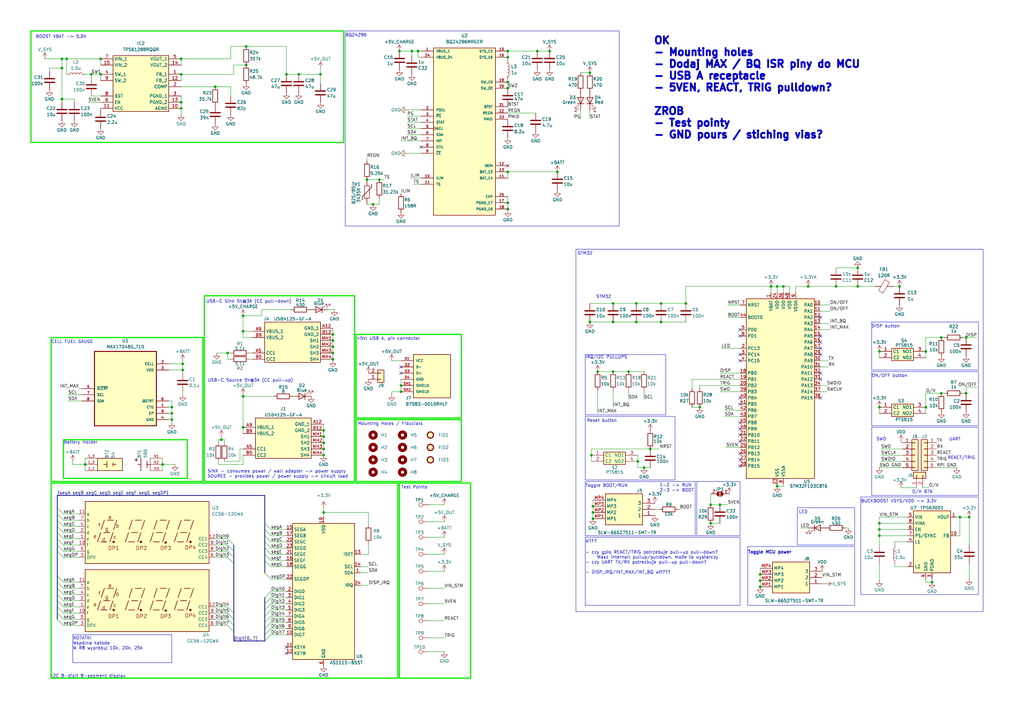
<source format=kicad_sch>
(kicad_sch (version 20230121) (generator eeschema)
  (paper "A3")
  (lib_symbols
    (symbol "54:54" (pin_names (offset 1.016))
      (property "Reference" "BT" (at -5.08 3.302 0))
      (property "Value" "54" (at -5.08 -5.08 0))
      (symbol "54_0_0"
        (pin passive line (at -10.16 -2.54 0) (length 5.08) (name "~") (number "1_1"))
        (pin passive line (at -10.16 0 0) (length 5.08) (name "~") (number "1_2"))
        (pin passive line (at -10.16 2.54 0) (length 5.08) (name "~") (number "1_3"))
      )
    )
    (symbol "590:590" (pin_names (offset 1.016))
      (property "Reference" "BT" (at -3.81 3.81 0))
      (property "Value" "590" (at -3.81 -5.08 0))
      (symbol "590_0_0"
        (pin passive line (at 7.62 2.54 180) (length 5.08) (name "~") (number "N1"))
        (pin passive line (at 7.62 0 180) (length 5.08) (name "~") (number "N2"))
        (pin passive line (at 7.62 -2.54 180) (length 5.08) (name "~") (number "N3"))
      )
    )
    (symbol "87583-0010RHLF:87583-0010RHLF" (pin_names (offset 1.016))
      (property "Reference" "J" (at -7.62 8.382 0))
      (property "Value" "87583-0010RHLF" (at -8.89 -12.7 0))
      (symbol "87583-0010RHLF_0_0"
        (pin power_in line (at -12.7 5.08 0) (length 5.08) (name "VCC") (number "01"))
        (pin bidirectional line (at -12.7 2.54 0) (length 5.08) (name "D-") (number "02"))
        (pin bidirectional line (at -12.7 0 0) (length 5.08) (name "D+") (number "03"))
        (pin power_in line (at -12.7 -2.54 0) (length 5.08) (name "GND") (number "04"))
        (pin passive line (at -12.7 -5.08 0) (length 5.08) (name "SHIELD") (number "SH1"))
        (pin passive line (at -12.7 -7.62 0) (length 5.08) (name "SHIELD") (number "SH2"))
      )
    )
    (symbol "BQ24296MRGER:BQ24296MRGER" (pin_names (offset 1.016))
      (property "Reference" "U" (at -12.7 34.29 0))
      (property "Value" "BQ24296MRGER" (at -12.7 -36.83 0))
      (symbol "BQ24296MRGER_0_0"
        (pin power_in line (at -17.78 31.75 0) (length 5.08) (name "VBUS_1") (number "1"))
        (pin input line (at -17.78 -20.32 0) (length 5.08) (name "ILIM") (number "10"))
        (pin input line (at -17.78 -22.86 0) (length 5.08) (name "TS") (number "11"))
        (pin input line (at 17.78 -15.24 180) (length 5.08) (name "QON") (number "12"))
        (pin power_in line (at 17.78 -17.78 180) (length 5.08) (name "BAT_13") (number "13"))
        (pin power_in line (at 17.78 -20.32 180) (length 5.08) (name "BAT_14") (number "14"))
        (pin input line (at 17.78 31.75 180) (length 5.08) (name "SYS_15") (number "15"))
        (pin input line (at 17.78 29.21 180) (length 5.08) (name "SYS_16") (number "16"))
        (pin power_in line (at 17.78 -30.48 180) (length 5.08) (name "PGND_17") (number "17"))
        (pin power_in line (at 17.78 -33.02 180) (length 5.08) (name "PGND_18") (number "18"))
        (pin output line (at 17.78 19.05 180) (length 5.08) (name "SW_19") (number "19"))
        (pin input line (at -17.78 7.62 0) (length 5.08) (name "PSEL") (number "2"))
        (pin output line (at 17.78 16.51 180) (length 5.08) (name "SW_20") (number "20"))
        (pin power_in line (at 17.78 8.89 180) (length 5.08) (name "BTST") (number "21"))
        (pin power_in line (at 17.78 6.35 180) (length 5.08) (name "REGN") (number "22"))
        (pin output line (at 17.78 3.81 180) (length 5.08) (name "PMID") (number "23"))
        (pin power_in line (at -17.78 29.21 0) (length 5.08) (name "VBUS_24") (number "24"))
        (pin power_in line (at 17.78 -27.94 180) (length 5.08) (name "EXP") (number "25"))
        (pin output line (at -17.78 5.08 0) (length 5.08) (name "~{PG}") (number "3"))
        (pin output line (at -17.78 2.54 0) (length 5.08) (name "STAT") (number "4"))
        (pin input clock (at -17.78 0 0) (length 5.08) (name "SCL") (number "5"))
        (pin bidirectional line (at -17.78 -2.54 0) (length 5.08) (name "SDA") (number "6"))
        (pin output line (at -17.78 -5.08 0) (length 5.08) (name "INT") (number "7"))
        (pin input line (at -17.78 -7.62 0) (length 5.08) (name "OTG") (number "8"))
        (pin input line (at -17.78 -10.16 0) (length 5.08) (name "~{CE}") (number "9"))
      )
    )
    (symbol "Connector:TestPoint" (pin_numbers hide) (pin_names (offset 0.762) hide)
      (property "Reference" "TP" (at 0 6.858 0))
      (property "Value" "TestPoint" (at 0 5.08 0))
      (symbol "TestPoint_1_1"
        (pin passive line (at 0 0 90) (length 2.54) (name "1") (number "1"))
      )
    )
    (symbol "Connector_Generic:Conn_01x02" (pin_names (offset 1.016) hide)
      (property "Reference" "J" (at 0 2.54 0))
      (property "Value" "Conn_01x02" (at 0 -5.08 0))
      (symbol "Conn_01x02_1_1"
        (pin passive line (at -5.08 0 0) (length 3.81) (name "Pin_1") (number "1"))
        (pin passive line (at -5.08 -2.54 0) (length 3.81) (name "Pin_2") (number "2"))
      )
    )
    (symbol "Connector_Generic:Conn_01x05" (pin_names (offset 1.016) hide)
      (property "Reference" "J" (at 0 7.62 0))
      (property "Value" "Conn_01x05" (at 0 -7.62 0))
      (symbol "Conn_01x05_1_1"
        (pin passive line (at -5.08 5.08 0) (length 3.81) (name "Pin_1") (number "1"))
        (pin passive line (at -5.08 2.54 0) (length 3.81) (name "Pin_2") (number "2"))
        (pin passive line (at -5.08 0 0) (length 3.81) (name "Pin_3") (number "3"))
        (pin passive line (at -5.08 -2.54 0) (length 3.81) (name "Pin_4") (number "4"))
        (pin passive line (at -5.08 -5.08 0) (length 3.81) (name "Pin_5") (number "5"))
      )
    )
    (symbol "Device:C" (pin_numbers hide) (pin_names (offset 0.254))
      (property "Reference" "C" (at 0.635 2.54 0))
      (property "Value" "C" (at 0.635 -2.54 0))
      (symbol "C_1_1"
        (pin passive line (at 0 3.81 270) (length 2.794) (name "~") (number "1"))
        (pin passive line (at 0 -3.81 90) (length 2.794) (name "~") (number "2"))
      )
    )
    (symbol "Device:FerriteBead" (pin_numbers hide) (pin_names (offset 0))
      (property "Reference" "FB" (at -3.81 0.635 90))
      (property "Value" "FerriteBead" (at 3.81 0 90))
      (symbol "FerriteBead_1_1"
        (pin passive line (at 0 3.81 270) (length 2.54) (name "~") (number "1"))
        (pin passive line (at 0 -3.81 90) (length 2.54) (name "~") (number "2"))
      )
    )
    (symbol "Device:L" (pin_numbers hide) (pin_names (offset 1.016) hide)
      (property "Reference" "L" (at -1.27 0 90))
      (property "Value" "L" (at 1.905 0 90))
      (symbol "L_1_1"
        (pin passive line (at 0 3.81 270) (length 1.27) (name "1") (number "1"))
        (pin passive line (at 0 -3.81 90) (length 1.27) (name "2") (number "2"))
      )
    )
    (symbol "Device:LED" (pin_numbers hide) (pin_names (offset 1.016) hide)
      (property "Reference" "D" (at 0 2.54 0))
      (property "Value" "LED" (at 0 -2.54 0))
      (symbol "LED_1_1"
        (pin passive line (at -3.81 0 0) (length 2.54) (name "K") (number "1"))
        (pin passive line (at 3.81 0 180) (length 2.54) (name "A") (number "2"))
      )
    )
    (symbol "Device:R" (pin_numbers hide) (pin_names (offset 0))
      (property "Reference" "R" (at 2.032 0 90))
      (property "Value" "R" (at 0 0 90))
      (symbol "R_1_1"
        (pin passive line (at 0 3.81 270) (length 1.27) (name "~") (number "1"))
        (pin passive line (at 0 -3.81 90) (length 1.27) (name "~") (number "2"))
      )
    )
    (symbol "Device:Thermistor" (pin_numbers hide) (pin_names (offset 0))
      (property "Reference" "TH" (at 2.54 1.27 90))
      (property "Value" "Thermistor" (at -2.54 0 90))
      (symbol "Thermistor_1_1"
        (pin passive line (at 0 5.08 270) (length 2.54) (name "~") (number "1"))
        (pin passive line (at 0 -5.08 90) (length 2.54) (name "~") (number "2"))
      )
    )
    (symbol "Display_Character:CC56-12GWA"
      (property "Reference" "U" (at -24.13 13.97 0))
      (property "Value" "CC56-12GWA" (at 19.05 13.97 0))
      (symbol "CC56-12GWA_0_0"
        (text "a" (at -15.24 6.35 0) (effects (font (size 1.524 1.524))))
        (text "b" (at -12.192 2.794 0) (effects (font (size 1.524 1.524))))
        (text "c" (at -13.208 -1.778 0) (effects (font (size 1.524 1.524))))
        (text "d" (at -17.78 -2.794 0) (effects (font (size 1.524 1.524))))
        (text "DP1" (at -13.716 -6.35 0) (effects (font (size 1.524 1.524))))
        (text "DP2" (at -2.286 -6.35 0) (effects (font (size 1.524 1.524))))
        (text "DP3" (at 7.62 -6.35 0) (effects (font (size 1.524 1.524))))
        (text "DP4" (at 17.78 -6.096 0) (effects (font (size 1.524 1.524))))
        (text "e" (at -21.336 -1.524 0) (effects (font (size 1.524 1.524))))
        (text "f" (at -19.558 3.048 0) (effects (font (size 1.524 1.524))))
        (text "g" (at -16.51 1.524 0) (effects (font (size 1.524 1.524))))
      )
      (symbol "CC56-12GWA_1_1"
        (pin input line (at -27.94 -2.54 0) (length 2.54) (name "e") (number "1"))
        (pin input line (at -27.94 -5.08 0) (length 2.54) (name "f") (number "10"))
        (pin input line (at -27.94 7.62 0) (length 2.54) (name "a") (number "11"))
        (pin input line (at 27.94 -2.54 180) (length 2.54) (name "CC1") (number "12"))
        (pin input line (at -27.94 0 0) (length 2.54) (name "d") (number "2"))
        (pin input line (at -27.94 -10.16 0) (length 2.54) (name "DPX") (number "3"))
        (pin input line (at -27.94 2.54 0) (length 2.54) (name "c") (number "4"))
        (pin input line (at -27.94 -7.62 0) (length 2.54) (name "g") (number "5"))
        (pin input line (at 27.94 -10.16 180) (length 2.54) (name "CC4") (number "6"))
        (pin input line (at -27.94 5.08 0) (length 2.54) (name "b") (number "7"))
        (pin input line (at 27.94 -7.62 180) (length 2.54) (name "CC3") (number "8"))
        (pin input line (at 27.94 -5.08 180) (length 2.54) (name "CC2") (number "9"))
      )
    )
    (symbol "Interface_Expansion:AS1115-BSST"
      (property "Reference" "U" (at -10.16 29.21 0))
      (property "Value" "AS1115-BSST" (at 2.54 29.21 0))
      (symbol "AS1115-BSST_1_1"
        (pin bidirectional line (at -15.24 7.62 0) (length 2.54) (name "SDA") (number "1"))
        (pin open_collector line (at 15.24 -17.78 180) (length 2.54) (name "DIG7") (number "10"))
        (pin open_collector line (at 15.24 -22.86 180) (length 2.54) (name "KEYA") (number "11"))
        (pin open_collector line (at 15.24 -25.4 180) (length 2.54) (name "KEYB") (number "12"))
        (pin passive line (at -15.24 15.24 0) (length 2.54) (name "ISET") (number "13"))
        (pin input line (at -15.24 10.16 0) (length 2.54) (name "SCL") (number "14"))
        (pin output line (at 15.24 25.4 180) (length 2.54) (name "SEGA") (number "15"))
        (pin output line (at 15.24 12.7 180) (length 2.54) (name "SEGF") (number "16"))
        (pin output line (at 15.24 22.86 180) (length 2.54) (name "SEGB") (number "17"))
        (pin output line (at 15.24 10.16 180) (length 2.54) (name "SEGG") (number "18"))
        (pin power_in line (at 0 30.48 270) (length 2.54) (name "VDD") (number "19"))
        (pin open_collector line (at 15.24 0 180) (length 2.54) (name "DIG0") (number "2"))
        (pin output line (at 15.24 20.32 180) (length 2.54) (name "SEGC") (number "20"))
        (pin output line (at 15.24 15.24 180) (length 2.54) (name "SEGE") (number "21"))
        (pin output line (at 15.24 5.08 180) (length 2.54) (name "SEGDP") (number "22"))
        (pin output line (at 15.24 17.78 180) (length 2.54) (name "SEGD") (number "23"))
        (pin open_collector line (at -15.24 2.54 0) (length 2.54) (name "IRQ") (number "24"))
        (pin open_collector line (at 15.24 -2.54 180) (length 2.54) (name "DIG1") (number "3"))
        (pin open_collector line (at 15.24 -5.08 180) (length 2.54) (name "DIG2") (number "4"))
        (pin open_collector line (at 15.24 -7.62 180) (length 2.54) (name "DIG3") (number "5"))
        (pin power_in line (at 0 -30.48 90) (length 2.54) (name "GND") (number "6"))
        (pin open_collector line (at 15.24 -10.16 180) (length 2.54) (name "DIG4") (number "7"))
        (pin open_collector line (at 15.24 -12.7 180) (length 2.54) (name "DIG5") (number "8"))
        (pin open_collector line (at 15.24 -15.24 180) (length 2.54) (name "DIG6") (number "9"))
      )
    )
    (symbol "Jumper:SolderJumper_2_Open" (pin_names (offset 0) hide)
      (property "Reference" "JP" (at 0 2.032 0))
      (property "Value" "SolderJumper_2_Open" (at 0 -2.54 0))
      (symbol "SolderJumper_2_Open_1_1"
        (pin passive line (at -3.81 0 0) (length 2.54) (name "A") (number "1"))
        (pin passive line (at 3.81 0 180) (length 2.54) (name "B") (number "2"))
      )
    )
    (symbol "MAX17048G_T10:MAX17048G_T10" (pin_names (offset 1.016))
      (property "Reference" "U" (at -12.7 16.24 0))
      (property "Value" "MAX17048G_T10" (at -12.7 -19.24 0))
      (symbol "MAX17048G_T10_0_0"
        (pin power_in line (at 17.78 -7.62 180) (length 5.08) (name "CTG") (number "1"))
        (pin power_in line (at 17.78 10.16 180) (length 5.08) (name "CELL") (number "2"))
        (pin power_in line (at 17.78 7.62 180) (length 5.08) (name "VDD") (number "3"))
        (pin power_in line (at 17.78 -12.7 180) (length 5.08) (name "GND") (number "4"))
        (pin output line (at -17.78 0 0) (length 5.08) (name "~{ALERT}") (number "5"))
        (pin input line (at 17.78 -5.08 180) (length 5.08) (name "QSTRT") (number "6"))
        (pin input line (at -17.78 -2.54 0) (length 5.08) (name "SCL") (number "7"))
        (pin bidirectional line (at -17.78 -5.08 0) (length 5.08) (name "SDA") (number "8"))
        (pin power_in line (at 17.78 -10.16 180) (length 5.08) (name "EP") (number "9"))
      )
    )
    (symbol "MCU_ST_STM32F1:STM32F103C8Tx"
      (property "Reference" "U" (at -12.7 39.37 0))
      (property "Value" "STM32F103C8Tx" (at 10.16 39.37 0))
      (symbol "STM32F103C8Tx_1_1"
        (pin power_in line (at -2.54 40.64 270) (length 2.54) (name "VBAT") (number "1"))
        (pin bidirectional line (at 17.78 35.56 180) (length 2.54) (name "PA0") (number "10"))
        (pin bidirectional line (at 17.78 33.02 180) (length 2.54) (name "PA1") (number "11"))
        (pin bidirectional line (at 17.78 30.48 180) (length 2.54) (name "PA2") (number "12"))
        (pin bidirectional line (at 17.78 27.94 180) (length 2.54) (name "PA3") (number "13"))
        (pin bidirectional line (at 17.78 25.4 180) (length 2.54) (name "PA4") (number "14"))
        (pin bidirectional line (at 17.78 22.86 180) (length 2.54) (name "PA5") (number "15"))
        (pin bidirectional line (at 17.78 20.32 180) (length 2.54) (name "PA6") (number "16"))
        (pin bidirectional line (at 17.78 17.78 180) (length 2.54) (name "PA7") (number "17"))
        (pin bidirectional line (at -15.24 7.62 0) (length 2.54) (name "PB0") (number "18"))
        (pin bidirectional line (at -15.24 5.08 0) (length 2.54) (name "PB1") (number "19"))
        (pin bidirectional line (at -15.24 17.78 0) (length 2.54) (name "PC13") (number "2"))
        (pin bidirectional line (at -15.24 2.54 0) (length 2.54) (name "PB2") (number "20"))
        (pin bidirectional line (at -15.24 -17.78 0) (length 2.54) (name "PB10") (number "21"))
        (pin bidirectional line (at -15.24 -20.32 0) (length 2.54) (name "PB11") (number "22"))
        (pin power_in line (at 0 -38.1 90) (length 2.54) (name "VSS") (number "23"))
        (pin power_in line (at 0 40.64 270) (length 2.54) (name "VDD") (number "24"))
        (pin bidirectional line (at -15.24 -22.86 0) (length 2.54) (name "PB12") (number "25"))
        (pin bidirectional line (at -15.24 -25.4 0) (length 2.54) (name "PB13") (number "26"))
        (pin bidirectional line (at -15.24 -27.94 0) (length 2.54) (name "PB14") (number "27"))
        (pin bidirectional line (at -15.24 -30.48 0) (length 2.54) (name "PB15") (number "28"))
        (pin bidirectional line (at 17.78 15.24 180) (length 2.54) (name "PA8") (number "29"))
        (pin bidirectional line (at -15.24 15.24 0) (length 2.54) (name "PC14") (number "3"))
        (pin bidirectional line (at 17.78 12.7 180) (length 2.54) (name "PA9") (number "30"))
        (pin bidirectional line (at 17.78 10.16 180) (length 2.54) (name "PA10") (number "31"))
        (pin bidirectional line (at 17.78 7.62 180) (length 2.54) (name "PA11") (number "32"))
        (pin bidirectional line (at 17.78 5.08 180) (length 2.54) (name "PA12") (number "33"))
        (pin bidirectional line (at 17.78 2.54 180) (length 2.54) (name "PA13") (number "34"))
        (pin passive line (at 0 -38.1 90) (length 2.54) hide (name "VSS") (number "35"))
        (pin power_in line (at 2.54 40.64 270) (length 2.54) (name "VDD") (number "36"))
        (pin bidirectional line (at 17.78 0 180) (length 2.54) (name "PA14") (number "37"))
        (pin bidirectional line (at 17.78 -2.54 180) (length 2.54) (name "PA15") (number "38"))
        (pin bidirectional line (at -15.24 0 0) (length 2.54) (name "PB3") (number "39"))
        (pin bidirectional line (at -15.24 12.7 0) (length 2.54) (name "PC15") (number "4"))
        (pin bidirectional line (at -15.24 -2.54 0) (length 2.54) (name "PB4") (number "40"))
        (pin bidirectional line (at -15.24 -5.08 0) (length 2.54) (name "PB5") (number "41"))
        (pin bidirectional line (at -15.24 -7.62 0) (length 2.54) (name "PB6") (number "42"))
        (pin bidirectional line (at -15.24 -10.16 0) (length 2.54) (name "PB7") (number "43"))
        (pin input line (at -15.24 30.48 0) (length 2.54) (name "BOOT0") (number "44"))
        (pin bidirectional line (at -15.24 -12.7 0) (length 2.54) (name "PB8") (number "45"))
        (pin bidirectional line (at -15.24 -15.24 0) (length 2.54) (name "PB9") (number "46"))
        (pin passive line (at 0 -38.1 90) (length 2.54) hide (name "VSS") (number "47"))
        (pin power_in line (at 5.08 40.64 270) (length 2.54) (name "VDD") (number "48"))
        (pin bidirectional line (at -15.24 25.4 0) (length 2.54) (name "PD0") (number "5"))
        (pin bidirectional line (at -15.24 22.86 0) (length 2.54) (name "PD1") (number "6"))
        (pin input line (at -15.24 35.56 0) (length 2.54) (name "NRST") (number "7"))
        (pin power_in line (at 2.54 -38.1 90) (length 2.54) (name "VSSA") (number "8"))
        (pin power_in line (at 7.62 40.64 270) (length 2.54) (name "VDDA") (number "9"))
      )
    )
    (symbol "Mechanical:Fiducial"
      (property "Reference" "FID" (at 0 5.08 0))
      (property "Value" "Fiducial" (at 0 3.175 0))
    )
    (symbol "Mechanical:MountingHole" (pin_names (offset 1.016))
      (property "Reference" "H" (at 0 5.08 0))
      (property "Value" "MountingHole" (at 0 3.175 0))
    )
    (symbol "Regulator_Switching:TPS63001"
      (property "Reference" "U" (at -7.62 13.97 0))
      (property "Value" "TPS63001" (at 5.08 13.97 0))
      (symbol "TPS63001_1_1"
        (pin power_out line (at 10.16 10.16 180) (length 2.54) (name "VOUT") (number "1"))
        (pin input line (at 10.16 2.54 180) (length 2.54) (name "FB") (number "10"))
        (pin passive line (at 0 -15.24 90) (length 2.54) hide (name "PGND") (number "11"))
        (pin input line (at -10.16 -10.16 0) (length 2.54) (name "L2") (number "2"))
        (pin power_in line (at 0 -15.24 90) (length 2.54) (name "PGND") (number "3"))
        (pin input line (at -10.16 0 0) (length 2.54) (name "L1") (number "4"))
        (pin power_in line (at -10.16 10.16 0) (length 2.54) (name "VIN") (number "5"))
        (pin input line (at -10.16 5.08 0) (length 2.54) (name "EN") (number "6"))
        (pin input line (at -10.16 2.54 0) (length 2.54) (name "PS/SYNC") (number "7"))
        (pin power_in line (at -10.16 7.62 0) (length 2.54) (name "VINA") (number "8"))
        (pin power_in line (at -2.54 -15.24 90) (length 2.54) (name "GND") (number "9"))
      )
    )
    (symbol "SymacSys:PTS815SJM250SMTR_LFS"
      (property "Reference" "S" (at 0 5.08 0))
      (property "Value" "PTS815" (at -3.81 2.54 0))
      (symbol "PTS815SJM250SMTR_LFS_1_1"
        (pin passive line (at -8.89 -1.27 0) (length 5.08) (name "C1") (number "1"))
        (pin passive line (at -8.89 -3.81 0) (length 5.08) (name "C2") (number "2"))
        (pin passive line (at 10.16 -1.27 180) (length 5.08) (name "NO1") (number "3"))
        (pin passive line (at 10.16 -3.81 180) (length 5.08) (name "NO2") (number "4"))
      )
    )
    (symbol "SymacSys:SLW-66527511-SMT-TR"
      (property "Reference" "J" (at 21.59 7.62 0))
      (property "Value" "SLW-66527511-SMT-TR" (at 21.59 5.08 0))
      (symbol "SLW-66527511-SMT-TR_1_1"
        (pin passive line (at 0 -1.27 0) (length 5.08) (name "1") (number "1"))
        (pin passive line (at 0 -3.81 0) (length 5.08) (name "2") (number "2"))
        (pin passive line (at 0 -6.35 0) (length 5.08) (name "3") (number "3"))
        (pin passive line (at 25.4 0 180) (length 5.08) (name "MP1") (number "MP1"))
        (pin passive line (at 25.4 -2.54 180) (length 5.08) (name "MP2") (number "MP2"))
        (pin passive line (at 25.4 -5.08 180) (length 5.08) (name "MP3") (number "MP3"))
        (pin passive line (at 25.4 -7.62 180) (length 5.08) (name "MP4") (number "MP4"))
      )
    )
    (symbol "SymacSys:TPS61288RQQR"
      (property "Reference" "IC" (at 29.21 7.62 0))
      (property "Value" "TPS61288RQQR" (at 29.21 5.08 0))
      (symbol "TPS61288RQQR_1_1"
        (pin passive line (at 33.02 -5.08 180) (length 5.08) (name "FB_1") (number "1"))
        (pin passive line (at 33.02 -19.05 180) (length 5.08) (name "AGND") (number "10"))
        (pin passive line (at 0 -19.05 0) (length 5.08) (name "VCC") (number "11"))
        (pin passive line (at 33.02 -7.62 180) (length 5.08) (name "FB_2") (number "12"))
        (pin passive line (at 33.02 -16.51 180) (length 5.08) (name "PGND_2") (number "13"))
        (pin passive line (at 33.02 -1.27 180) (length 5.08) (name "VOUT_2") (number "14"))
        (pin passive line (at 0 -1.27 0) (length 5.08) (name "VIN_2") (number "15"))
        (pin passive line (at 33.02 -10.16 180) (length 5.08) (name "COMP") (number "2"))
        (pin passive line (at 33.02 -13.97 180) (length 5.08) (name "PGND_1") (number "3"))
        (pin passive line (at 0 -5.08 0) (length 5.08) (name "SW_1") (number "4"))
        (pin passive line (at 33.02 1.27 180) (length 5.08) (name "VOUT_1") (number "5"))
        (pin passive line (at 0 -16.51 0) (length 5.08) (name "EN") (number "6"))
        (pin passive line (at 0 1.27 0) (length 5.08) (name "VIN_1") (number "7"))
        (pin passive line (at 0 -13.97 0) (length 5.08) (name "BST") (number "8"))
        (pin passive line (at 0 -7.62 0) (length 5.08) (name "SW_2") (number "9"))
      )
    )
    (symbol "SymacSys:USB4125-GF-A"
      (property "Reference" "J" (at -11.43 5.08 0))
      (property "Value" "USB4125-GF-A" (at -11.43 2.54 0))
      (symbol "USB4125-GF-A_1_1"
        (pin passive line (at 16.51 -3.81 180) (length 5.08) (name "GND_1") (number "A12"))
        (pin passive line (at -16.51 -13.97 0) (length 5.08) (name "CC1") (number "A5"))
        (pin passive line (at -16.51 -5.08 0) (length 5.08) (name "VBUS_1") (number "A9"))
        (pin passive line (at 16.51 -6.35 180) (length 5.08) (name "GND_2") (number "B12"))
        (pin passive line (at -16.51 -16.51 0) (length 5.08) (name "CC2") (number "B5"))
        (pin passive line (at -16.51 -7.62 0) (length 5.08) (name "VBUS_2") (number "B9"))
        (pin passive line (at 16.51 -8.89 180) (length 5.08) (name "SH1") (number "MH1"))
        (pin passive line (at 16.51 -11.43 180) (length 5.08) (name "SH2") (number "MH2"))
        (pin passive line (at 16.51 -13.97 180) (length 5.08) (name "SH3") (number "MH3"))
        (pin passive line (at 16.51 -16.51 180) (length 5.08) (name "SH4") (number "MH4"))
      )
    )
    (symbol "power:+3.3V" (power) (pin_names (offset 0))
      (property "Value" "+3.3V" (at 0 3.556 0))
      (symbol "+3.3V_1_1"
        (pin power_in line (at 0 0 90) (length 0) hide (name "+3.3V") (number "1"))
      )
    )
    (symbol "power:+3.3VA" (power) (pin_names (offset 0))
      (property "Value" "+3.3VA" (at 0 3.556 0))
      (symbol "+3.3VA_1_1"
        (pin power_in line (at 0 0 90) (length 0) hide (name "+3.3VA") (number "1"))
      )
    )
    (symbol "power:+BATT" (power) (pin_names (offset 0))
      (property "Value" "+BATT" (at 0 3.556 0))
      (symbol "+BATT_1_1"
        (pin power_in line (at 0 0 90) (length 0) hide (name "+BATT") (number "1"))
      )
    )
    (symbol "power:GND" (power) (pin_names (offset 0))
      (property "Value" "GND" (at 0 -3.81 0))
      (symbol "GND_1_1"
        (pin power_in line (at 0 0 270) (length 0) hide (name "GND") (number "1"))
      )
    )
    (symbol "power:VDD" (power) (pin_names (offset 0))
      (property "Value" "VDD" (at 0 3.81 0))
      (symbol "VDD_1_1"
        (pin power_in line (at 0 0 90) (length 0) hide (name "VDD") (number "1"))
      )
    )
    (symbol "pwr_symbols:+5V_CHARGE" (power) (in_bom no) (on_board no)
      (property "Value" "+5V_CHARGE" (at 0 0 0))
      (symbol "+5V_CHARGE_1_1"
        (pin power_in line (at 0 0 90) (length 0) hide (name "+5V_CHARGE") (number "1"))
      )
    )
    (symbol "pwr_symbols:+5V_OUT" (power) (in_bom no) (on_board no)
      (property "Value" "+5V_OUT" (at 0 0 0))
      (symbol "+5V_OUT_1_1"
        (pin power_in line (at 0 0 90) (length 0) hide (name "+5V_OUT") (number "1"))
      )
    )
    (symbol "pwr_symbols:V_SYS" (power) (in_bom no) (on_board no)
      (property "Value" "V_SYS" (at 0 0 0))
      (symbol "V_SYS_1_1"
        (pin power_in line (at 0 0 90) (length 2.54) hide (name "V_SYS") (number ""))
      )
    )
  )
  (junction (at 74.295 41.91))
  (junction (at 208.28 20.955))
  (junction (at 74.295 44.45))
  (junction (at 74.93 149.225))
  (junction (at 163.83 20.955))
  (junction (at 171.45 20.955))
  (junction (at 241.935 29.845))
  (junction (at 360.68 144.145))
  (junction (at 150.495 73.66))
  (junction (at 360.68 167.005))
  (junction (at 100.965 19.05))
  (junction (at 37.465 30.48))
  (junction (at 311.785 235.585))
  (junction (at 208.28 70.485))
  (junction (at 136.525 147.32))
  (junction (at 88.265 35.56))
  (junction (at 379.73 167.005))
  (junction (at 122.555 30.48))
  (junction (at 316.23 117.475))
  (junction (at 99.695 129.54))
  (junction (at 318.77 199.39))
  (junction (at 132.715 179.07))
  (junction (at 351.79 117.475))
  (junction (at 25.4 24.13))
  (junction (at 260.985 132.08))
  (junction (at 153.035 83.82))
  (junction (at 131.445 30.48))
  (junction (at 251.46 124.46))
  (junction (at 100.965 26.67))
  (junction (at 99.695 175.26))
  (junction (at 386.08 161.29))
  (junction (at 208.28 36.195))
  (junction (at 396.24 138.43))
  (junction (at 208.28 23.495))
  (junction (at 243.205 207.645))
  (junction (at 136.525 139.7))
  (junction (at 228.6 70.485))
  (junction (at 287.02 167.005))
  (junction (at 360.68 217.17))
  (junction (at 220.345 20.955))
  (junction (at 34.925 190.5))
  (junction (at 27.305 24.13))
  (junction (at 225.425 20.955))
  (junction (at 257.81 152.4))
  (junction (at 136.525 142.24))
  (junction (at 25.4 27.94))
  (junction (at 136.525 137.16))
  (junction (at 74.295 24.13))
  (junction (at 281.305 124.46))
  (junction (at 342.9 117.475))
  (junction (at 264.16 191.77))
  (junction (at 208.28 85.725))
  (junction (at 41.275 30.48))
  (junction (at 70.485 167.005))
  (junction (at 155.575 73.66))
  (junction (at 242.57 186.69))
  (junction (at 164.465 160.655))
  (junction (at 117.475 30.48))
  (junction (at 331.47 117.475))
  (junction (at 208.28 83.185))
  (junction (at 379.73 144.145))
  (junction (at 164.465 158.115))
  (junction (at 351.79 109.855))
  (junction (at 318.77 117.475))
  (junction (at 25.4 40.64))
  (junction (at 136.525 144.78))
  (junction (at 132.715 176.53))
  (junction (at 271.145 132.08))
  (junction (at 311.785 240.665))
  (junction (at 245.11 152.4))
  (junction (at 260.985 124.46))
  (junction (at 132.715 186.69))
  (junction (at 291.465 207.01))
  (junction (at 243.205 212.725))
  (junction (at 360.68 219.71))
  (junction (at 74.295 30.48))
  (junction (at 99.695 162.56))
  (junction (at 208.28 33.655))
  (junction (at 243.205 210.185))
  (junction (at 93.345 144.78))
  (junction (at 251.46 132.08))
  (junction (at 321.31 117.475))
  (junction (at 393.7 212.09))
  (junction (at 74.93 151.765))
  (junction (at 360.68 214.63))
  (junction (at 90.805 180.34))
  (junction (at 311.785 238.125))
  (junction (at 132.715 184.15))
  (junction (at 295.275 207.01))
  (junction (at 386.08 138.43))
  (junction (at 70.485 172.085))
  (junction (at 132.715 210.185))
  (junction (at 251.46 152.4))
  (junction (at 266.7 184.15))
  (junction (at 41.275 24.13))
  (junction (at 382.27 238.76))
  (junction (at 168.91 20.955))
  (junction (at 241.935 132.08))
  (junction (at 397.51 212.09))
  (junction (at 132.715 181.61))
  (junction (at 271.145 124.46))
  (junction (at 396.24 161.29))
  (junction (at 261.62 189.23))
  (junction (at 66.675 190.5))
  (junction (at 99.695 135.89))
  (junction (at 70.485 169.545))
  (junction (at 368.935 117.475))
  (junction (at 291.465 214.63))
  (no_connect (at 117.475 267.97))
  (no_connect (at 303.53 173.355))
  (no_connect (at 336.55 137.795))
  (no_connect (at 303.53 178.435))
  (no_connect (at 336.55 153.035))
  (no_connect (at 303.53 135.255))
  (no_connect (at 336.55 142.875))
  (no_connect (at 336.55 145.415))
  (no_connect (at 303.53 191.135))
  (no_connect (at 303.53 147.955))
  (no_connect (at 336.55 163.195))
  (no_connect (at 117.475 265.43))
  (no_connect (at 303.53 165.735))
  (no_connect (at 336.55 155.575))
  (no_connect (at 303.53 188.595))
  (no_connect (at 208.28 67.945))
  (no_connect (at 164.465 150.495))
  (no_connect (at 336.55 130.175))
  (no_connect (at 303.53 186.055))
  (no_connect (at 303.53 175.895))
  (no_connect (at 172.72 60.325))
  (no_connect (at 303.53 180.975))
  (no_connect (at 164.465 153.035))
  (no_connect (at 336.55 140.335))
  (no_connect (at 303.53 137.795))
  (no_connect (at 303.53 163.195))
  (no_connect (at 303.53 145.415))
  (bus_entry (at 26.035 251.46) (size -2.54 -2.54))
  (bus_entry (at 111.125 219.71) (size -2.54 -2.54))
  (bus_entry (at 23.495 220.98) (size 2.54 2.54))
  (bus_entry (at 95.885 259.08) (size -2.54 -2.54))
  (bus_entry (at 108.585 255.27) (size 2.54 -2.54))
  (bus_entry (at 95.885 256.54) (size -2.54 -2.54))
  (bus_entry (at 23.495 208.28) (size 2.54 2.54))
  (bus_entry (at 111.125 224.79) (size -2.54 -2.54))
  (bus_entry (at 95.885 231.14) (size -2.54 -2.54))
  (bus_entry (at 111.125 229.87) (size -2.54 -2.54))
  (bus_entry (at 26.035 238.76) (size -2.54 -2.54))
  (bus_entry (at 95.885 223.52) (size -2.54 -2.54))
  (bus_entry (at 26.035 246.38) (size -2.54 -2.54))
  (bus_entry (at 26.035 248.92) (size -2.54 -2.54))
  (bus_entry (at 111.125 237.49) (size -2.54 -2.54))
  (bus_entry (at 23.495 210.82) (size 2.54 2.54))
  (bus_entry (at 26.035 254) (size -2.54 -2.54))
  (bus_entry (at 108.585 260.35) (size 2.54 -2.54))
  (bus_entry (at 108.585 257.81) (size 2.54 -2.54))
  (bus_entry (at 108.585 250.19) (size 2.54 -2.54))
  (bus_entry (at 23.495 223.52) (size 2.54 2.54))
  (bus_entry (at 26.035 241.3) (size -2.54 -2.54))
  (bus_entry (at 108.585 262.89) (size 2.54 -2.54))
  (bus_entry (at 95.885 254) (size -2.54 -2.54))
  (bus_entry (at 23.495 215.9) (size 2.54 2.54))
  (bus_entry (at 95.885 228.6) (size -2.54 -2.54))
  (bus_entry (at 111.125 217.17) (size -2.54 -2.54))
  (bus_entry (at 95.885 226.06) (size -2.54 -2.54))
  (bus_entry (at 23.495 213.36) (size 2.54 2.54))
  (bus_entry (at 111.125 227.33) (size -2.54 -2.54))
  (bus_entry (at 26.035 256.54) (size -2.54 -2.54))
  (bus_entry (at 23.495 226.06) (size 2.54 2.54))
  (bus_entry (at 23.495 218.44) (size 2.54 2.54))
  (bus_entry (at 111.125 222.25) (size -2.54 -2.54))
  (bus_entry (at 111.125 232.41) (size -2.54 -2.54))
  (bus_entry (at 26.035 243.84) (size -2.54 -2.54))
  (bus_entry (at 108.585 252.73) (size 2.54 -2.54))
  (bus_entry (at 108.585 245.11) (size 2.54 -2.54))
  (bus_entry (at 95.885 251.46) (size -2.54 -2.54))
  (bus_entry (at 108.585 247.65) (size 2.54 -2.54))
  (wire (pts (xy 74.93 160.655) (xy 74.93 161.925)))
  (wire (pts (xy 155.575 73.66) (xy 157.48 73.66)))
  (wire (pts (xy 342.9 109.855) (xy 351.79 109.855)))
  (wire (pts (xy 26.035 251.46) (xy 32.385 251.46)))
  (wire (pts (xy 150.495 73.66) (xy 155.575 73.66)))
  (wire (pts (xy 26.035 241.3) (xy 32.385 241.3)))
  (wire (pts (xy 88.265 251.46) (xy 93.345 251.46)))
  (wire (pts (xy 283.845 167.005) (xy 287.02 167.005)))
  (wire (pts (xy 264.16 191.77) (xy 261.62 191.77)))
  (wire (pts (xy 136.525 147.32) (xy 136.525 147.955)))
  (wire (pts (xy 168.91 20.955) (xy 171.45 20.955)))
  (wire (pts (xy 360.68 214.63) (xy 372.11 214.63)))
  (wire (pts (xy 318.77 117.475) (xy 321.31 117.475)))
  (wire (pts (xy 70.485 172.085) (xy 70.485 173.355)))
  (wire (pts (xy 132.715 176.53) (xy 132.715 179.07)))
  (wire (pts (xy 117.475 30.48) (xy 122.555 30.48)))
  (wire (pts (xy 336.55 150.495) (xy 339.725 150.495)))
  (bus (pts (xy 108.585 227.33) (xy 108.585 224.79)))
  (wire (pts (xy 382.27 237.49) (xy 382.27 238.76)))
  (wire (pts (xy 132.715 181.61) (xy 132.715 184.15)))
  (wire (pts (xy 321.31 198.755) (xy 321.31 199.39)))
  (wire (pts (xy 257.81 160.02) (xy 257.81 163.83)))
  (wire (pts (xy 393.7 212.09) (xy 397.51 212.09)))
  (wire (pts (xy 89.535 190.5) (xy 89.535 189.23)))
  (wire (pts (xy 70.485 167.005) (xy 70.485 169.545)))
  (wire (pts (xy 37.465 31.75) (xy 37.465 30.48)))
  (wire (pts (xy 323.85 120.015) (xy 323.85 117.475)))
  (wire (pts (xy 251.46 132.08) (xy 260.985 132.08)))
  (bus (pts (xy 23.495 251.46) (xy 23.495 254)))
  (bus (pts (xy 23.495 238.76) (xy 23.495 241.3)))
  (wire (pts (xy 111.125 260.35) (xy 117.475 260.35)))
  (wire (pts (xy 27.305 24.13) (xy 41.275 24.13)))
  (wire (pts (xy 295.275 153.035) (xy 303.53 153.035)))
  (wire (pts (xy 155.575 81.28) (xy 155.575 83.82)))
  (wire (pts (xy 132.715 179.07) (xy 132.715 181.61)))
  (wire (pts (xy 182.245 213.995) (xy 175.895 213.995)))
  (wire (pts (xy 37.465 39.37) (xy 41.275 39.37)))
  (wire (pts (xy 168.91 20.955) (xy 168.91 22.86)))
  (wire (pts (xy 369.57 180.975) (xy 369.57 181.61)))
  (wire (pts (xy 74.295 24.13) (xy 94.615 24.13)))
  (wire (pts (xy 107.315 129.54) (xy 107.315 127)))
  (wire (pts (xy 66.675 193.04) (xy 66.675 190.5)))
  (wire (pts (xy 372.11 222.25) (xy 367.03 222.25)))
  (wire (pts (xy 384.175 191.77) (xy 392.43 191.77)))
  (wire (pts (xy 261.62 189.23) (xy 261.62 191.77)))
  (wire (pts (xy 26.035 228.6) (xy 32.385 228.6)))
  (wire (pts (xy 208.28 33.655) (xy 208.28 36.195)))
  (wire (pts (xy 318.77 199.39) (xy 318.77 198.755)))
  (wire (pts (xy 99.695 135.89) (xy 99.695 129.54)))
  (wire (pts (xy 26.035 220.98) (xy 32.385 220.98)))
  (wire (pts (xy 208.28 83.185) (xy 208.28 85.725)))
  (wire (pts (xy 321.31 117.475) (xy 323.85 117.475)))
  (wire (pts (xy 69.215 167.005) (xy 70.485 167.005)))
  (wire (pts (xy 283.845 159.385) (xy 283.845 155.575)))
  (wire (pts (xy 328.295 216.535) (xy 331.47 216.535)))
  (wire (pts (xy 111.125 219.71) (xy 117.475 219.71)))
  (wire (pts (xy 99.695 162.56) (xy 112.395 162.56)))
  (wire (pts (xy 103.505 135.89) (xy 99.695 135.89)))
  (bus (pts (xy 108.585 224.79) (xy 108.585 222.25)))
  (bus (pts (xy 23.495 246.38) (xy 23.495 248.92)))
  (wire (pts (xy 208.28 32.385) (xy 208.28 33.655)))
  (wire (pts (xy 346.71 216.535) (xy 347.98 216.535)))
  (wire (pts (xy 134.62 127) (xy 137.16 127)))
  (wire (pts (xy 242.57 189.23) (xy 242.57 186.69)))
  (wire (pts (xy 29.845 189.23) (xy 29.845 190.5)))
  (wire (pts (xy 298.45 130.175) (xy 303.53 130.175)))
  (bus (pts (xy 23.495 226.06) (xy 23.495 236.22)))
  (wire (pts (xy 41.275 24.13) (xy 41.275 26.67)))
  (wire (pts (xy 336.55 147.955) (xy 339.725 147.955)))
  (wire (pts (xy 111.125 255.27) (xy 117.475 255.27)))
  (wire (pts (xy 163.83 20.955) (xy 168.91 20.955)))
  (wire (pts (xy 26.035 215.9) (xy 32.385 215.9)))
  (wire (pts (xy 241.935 132.08) (xy 251.46 132.08)))
  (wire (pts (xy 37.465 30.48) (xy 41.275 30.48)))
  (wire (pts (xy 360.68 219.71) (xy 360.68 223.52)))
  (wire (pts (xy 243.205 205.105) (xy 243.205 207.645)))
  (wire (pts (xy 93.345 147.32) (xy 93.345 144.78)))
  (wire (pts (xy 298.45 125.095) (xy 303.53 125.095)))
  (wire (pts (xy 136.525 142.24) (xy 136.525 144.78)))
  (wire (pts (xy 379.73 144.145) (xy 379.73 146.685)))
  (wire (pts (xy 151.13 227.33) (xy 151.13 222.885)))
  (wire (pts (xy 102.235 147.32) (xy 103.505 147.32)))
  (wire (pts (xy 360.68 212.09) (xy 360.68 214.63)))
  (wire (pts (xy 182.245 220.345) (xy 175.895 220.345)))
  (wire (pts (xy 316.23 117.475) (xy 316.23 120.015)))
  (wire (pts (xy 171.45 23.495) (xy 172.72 23.495)))
  (wire (pts (xy 208.28 70.485) (xy 228.6 70.485)))
  (wire (pts (xy 297.18 170.815) (xy 303.53 170.815)))
  (bus (pts (xy 23.495 248.92) (xy 23.495 251.46)))
  (wire (pts (xy 379.73 161.29) (xy 386.08 161.29)))
  (wire (pts (xy 26.035 246.38) (xy 32.385 246.38)))
  (wire (pts (xy 69.215 151.765) (xy 74.93 151.765)))
  (wire (pts (xy 26.035 238.76) (xy 32.385 238.76)))
  (wire (pts (xy 74.93 147.955) (xy 74.93 149.225)))
  (wire (pts (xy 169.545 75.565) (xy 172.72 75.565)))
  (wire (pts (xy 245.11 160.02) (xy 245.11 169.545)))
  (wire (pts (xy 397.51 231.14) (xy 397.51 237.49)))
  (bus (pts (xy 108.585 260.35) (xy 108.585 262.89)))
  (wire (pts (xy 132.715 173.99) (xy 132.715 176.53)))
  (wire (pts (xy 271.145 124.46) (xy 281.305 124.46)))
  (bus (pts (xy 23.495 213.36) (xy 23.495 215.9)))
  (wire (pts (xy 167.005 45.085) (xy 172.72 45.085)))
  (wire (pts (xy 88.265 254) (xy 93.345 254)))
  (wire (pts (xy 396.24 138.43) (xy 400.685 138.43)))
  (wire (pts (xy 111.125 250.19) (xy 117.475 250.19)))
  (wire (pts (xy 41.275 44.45) (xy 41.275 45.085)))
  (wire (pts (xy 331.47 117.475) (xy 342.9 117.475)))
  (wire (pts (xy 27.94 161.925) (xy 33.655 161.925)))
  (wire (pts (xy 27.305 30.48) (xy 27.305 24.13)))
  (wire (pts (xy 369.57 200.025) (xy 375.92 200.025)))
  (wire (pts (xy 147.955 232.41) (xy 151.13 232.41)))
  (wire (pts (xy 270.51 208.915) (xy 268.605 208.915)))
  (wire (pts (xy 36.195 41.91) (xy 41.275 41.91)))
  (wire (pts (xy 260.985 132.08) (xy 271.145 132.08)))
  (wire (pts (xy 26.035 256.54) (xy 32.385 256.54)))
  (wire (pts (xy 99.695 186.69) (xy 99.695 190.5)))
  (wire (pts (xy 99.695 175.26) (xy 99.695 177.8)))
  (wire (pts (xy 360.68 217.17) (xy 372.11 217.17)))
  (wire (pts (xy 69.215 172.085) (xy 70.485 172.085)))
  (wire (pts (xy 25.4 40.64) (xy 25.4 41.91)))
  (wire (pts (xy 95.885 30.48) (xy 95.885 26.67)))
  (wire (pts (xy 360.68 212.09) (xy 372.11 212.09)))
  (wire (pts (xy 34.925 190.5) (xy 34.925 187.96)))
  (bus (pts (xy 23.495 203.2) (xy 108.585 203.2)))
  (wire (pts (xy 367.03 232.41) (xy 367.03 231.14)))
  (wire (pts (xy 182.245 267.335) (xy 175.895 267.335)))
  (wire (pts (xy 151.13 210.185) (xy 132.715 210.185)))
  (wire (pts (xy 122.555 30.48) (xy 131.445 30.48)))
  (wire (pts (xy 238.125 45.085) (xy 238.125 48.895)))
  (wire (pts (xy 182.245 241.3) (xy 175.895 241.3)))
  (wire (pts (xy 342.9 117.475) (xy 351.79 117.475)))
  (wire (pts (xy 74.93 151.765) (xy 74.93 153.035)))
  (wire (pts (xy 111.125 247.65) (xy 117.475 247.65)))
  (bus (pts (xy 23.495 218.44) (xy 23.495 220.98)))
  (bus (pts (xy 95.885 256.54) (xy 95.885 259.08)))
  (wire (pts (xy 150.495 83.82) (xy 153.035 83.82)))
  (wire (pts (xy 242.57 184.15) (xy 266.7 184.15)))
  (wire (pts (xy 131.445 30.48) (xy 131.445 34.29)))
  (wire (pts (xy 111.125 232.41) (xy 117.475 232.41)))
  (wire (pts (xy 111.125 229.87) (xy 117.475 229.87)))
  (wire (pts (xy 103.505 138.43) (xy 99.695 138.43)))
  (wire (pts (xy 88.265 256.54) (xy 93.345 256.54)))
  (wire (pts (xy 295.275 160.655) (xy 303.53 160.655)))
  (wire (pts (xy 167.005 52.705) (xy 172.72 52.705)))
  (bus (pts (xy 23.495 241.3) (xy 23.495 243.84)))
  (wire (pts (xy 111.125 252.73) (xy 117.475 252.73)))
  (wire (pts (xy 270.51 184.15) (xy 266.7 184.15)))
  (wire (pts (xy 74.295 39.37) (xy 74.295 41.91)))
  (wire (pts (xy 132.715 184.15) (xy 132.715 186.69)))
  (wire (pts (xy 281.305 117.475) (xy 281.305 124.46)))
  (wire (pts (xy 393.7 219.71) (xy 393.7 212.09)))
  (wire (pts (xy 74.295 30.48) (xy 74.295 33.02)))
  (wire (pts (xy 103.505 144.78) (xy 102.235 144.78)))
  (wire (pts (xy 316.23 117.475) (xy 281.305 117.475)))
  (wire (pts (xy 311.785 233.045) (xy 311.785 235.585)))
  (wire (pts (xy 208.28 20.955) (xy 220.345 20.955)))
  (wire (pts (xy 111.125 242.57) (xy 117.475 242.57)))
  (wire (pts (xy 287.02 158.115) (xy 303.53 158.115)))
  (wire (pts (xy 182.245 234.315) (xy 175.895 234.315)))
  (wire (pts (xy 74.295 35.56) (xy 88.265 35.56)))
  (bus (pts (xy 108.585 219.71) (xy 108.585 217.17)))
  (wire (pts (xy 94.615 35.56) (xy 88.265 35.56)))
  (wire (pts (xy 98.425 184.15) (xy 98.425 189.23)))
  (wire (pts (xy 379.73 138.43) (xy 386.08 138.43)))
  (wire (pts (xy 88.265 223.52) (xy 93.345 223.52)))
  (wire (pts (xy 26.035 226.06) (xy 32.385 226.06)))
  (wire (pts (xy 271.145 132.08) (xy 281.305 132.08)))
  (wire (pts (xy 117.475 19.05) (xy 100.965 19.05)))
  (wire (pts (xy 397.51 212.09) (xy 397.51 223.52)))
  (bus (pts (xy 95.885 226.06) (xy 95.885 228.6)))
  (bus (pts (xy 23.495 220.98) (xy 23.495 223.52)))
  (wire (pts (xy 360.68 217.17) (xy 360.68 219.71)))
  (wire (pts (xy 291.465 207.01) (xy 295.275 207.01)))
  (wire (pts (xy 88.265 248.92) (xy 93.345 248.92)))
  (wire (pts (xy 311.785 238.125) (xy 311.785 240.665)))
  (wire (pts (xy 26.035 223.52) (xy 32.385 223.52)))
  (wire (pts (xy 69.215 169.545) (xy 70.485 169.545)))
  (wire (pts (xy 208.28 70.485) (xy 208.28 73.025)))
  (bus (pts (xy 95.885 231.14) (xy 95.885 251.46)))
  (wire (pts (xy 283.845 155.575) (xy 303.53 155.575)))
  (bus (pts (xy 95.885 223.52) (xy 95.885 226.06)))
  (bus (pts (xy 23.495 215.9) (xy 23.495 218.44)))
  (wire (pts (xy 107.315 127) (xy 119.38 127)))
  (wire (pts (xy 243.205 207.645) (xy 243.205 210.185)))
  (wire (pts (xy 167.005 50.165) (xy 172.72 50.165)))
  (wire (pts (xy 74.93 149.225) (xy 74.93 151.765)))
  (wire (pts (xy 26.035 248.92) (xy 32.385 248.92)))
  (wire (pts (xy 336.55 160.655) (xy 339.09 160.655)))
  (wire (pts (xy 26.035 213.36) (xy 32.385 213.36)))
  (bus (pts (xy 23.495 236.22) (xy 23.495 238.76)))
  (wire (pts (xy 25.4 27.94) (xy 25.4 40.64)))
  (wire (pts (xy 99.695 190.5) (xy 89.535 190.5)))
  (wire (pts (xy 372.11 232.41) (xy 367.03 232.41)))
  (wire (pts (xy 74.295 41.91) (xy 74.295 44.45)))
  (wire (pts (xy 387.35 138.43) (xy 386.08 138.43)))
  (wire (pts (xy 182.245 227.33) (xy 175.895 227.33)))
  (wire (pts (xy 316.23 117.475) (xy 318.77 117.475)))
  (wire (pts (xy 360.68 231.14) (xy 360.68 238.125)))
  (wire (pts (xy 164.465 158.115) (xy 164.465 160.655)))
  (wire (pts (xy 167.005 55.245) (xy 172.72 55.245)))
  (wire (pts (xy 25.4 24.13) (xy 27.305 24.13)))
  (wire (pts (xy 379.73 238.76) (xy 382.27 238.76)))
  (bus (pts (xy 23.495 243.84) (xy 23.495 246.38)))
  (wire (pts (xy 381 200.025) (xy 378.46 200.025)))
  (wire (pts (xy 321.31 199.39) (xy 318.77 199.39)))
  (wire (pts (xy 111.125 257.81) (xy 117.475 257.81)))
  (wire (pts (xy 160.655 160.655) (xy 160.655 161.925)))
  (wire (pts (xy 99.695 138.43) (xy 99.695 135.89)))
  (wire (pts (xy 37.465 30.48) (xy 34.925 30.48)))
  (wire (pts (xy 164.465 160.655) (xy 160.655 160.655)))
  (wire (pts (xy 394.97 161.29) (xy 396.24 161.29)))
  (wire (pts (xy 220.345 20.955) (xy 225.425 20.955)))
  (wire (pts (xy 99.695 162.56) (xy 99.695 175.26)))
  (wire (pts (xy 147.955 234.95) (xy 151.13 234.95)))
  (wire (pts (xy 111.125 222.25) (xy 117.475 222.25)))
  (bus (pts (xy 108.585 222.25) (xy 108.585 219.71)))
  (wire (pts (xy 392.43 219.71) (xy 393.7 219.71)))
  (bus (pts (xy 108.585 245.11) (xy 108.585 247.65)))
  (wire (pts (xy 18.415 24.13) (xy 25.4 24.13)))
  (wire (pts (xy 336.55 132.715) (xy 340.36 132.715)))
  (wire (pts (xy 167.005 62.865) (xy 172.72 62.865)))
  (wire (pts (xy 164.465 57.785) (xy 172.72 57.785)))
  (wire (pts (xy 167.005 47.625) (xy 172.72 47.625)))
  (wire (pts (xy 297.18 168.275) (xy 303.53 168.275)))
  (wire (pts (xy 69.215 149.225) (xy 74.93 149.225)))
  (wire (pts (xy 90.805 179.07) (xy 90.805 180.34)))
  (wire (pts (xy 70.485 164.465) (xy 70.485 167.005)))
  (wire (pts (xy 326.39 120.015) (xy 326.39 117.475)))
  (wire (pts (xy 117.475 30.48) (xy 117.475 19.05)))
  (wire (pts (xy 69.215 164.465) (xy 70.485 164.465)))
  (wire (pts (xy 318.77 117.475) (xy 318.77 120.015)))
  (wire (pts (xy 331.47 117.475) (xy 326.39 117.475)))
  (bus (pts (xy 108.585 257.81) (xy 108.585 260.35)))
  (wire (pts (xy 30.48 41.91) (xy 30.48 40.64)))
  (wire (pts (xy 98.425 184.15) (xy 99.695 184.15)))
  (wire (pts (xy 260.985 124.46) (xy 271.145 124.46)))
  (bus (pts (xy 108.585 250.19) (xy 108.585 252.73)))
  (wire (pts (xy 336.55 135.255) (xy 340.36 135.255)))
  (wire (pts (xy 379.73 167.005) (xy 379.73 169.545)))
  (wire (pts (xy 111.125 245.11) (xy 117.475 245.11)))
  (wire (pts (xy 111.125 224.79) (xy 117.475 224.79)))
  (wire (pts (xy 26.035 218.44) (xy 32.385 218.44)))
  (wire (pts (xy 171.45 20.955) (xy 171.45 23.495)))
  (wire (pts (xy 155.575 83.82) (xy 153.035 83.82)))
  (wire (pts (xy 369.57 181.61) (xy 370.205 181.61)))
  (bus (pts (xy 108.585 255.27) (xy 108.585 257.81)))
  (wire (pts (xy 367.03 222.25) (xy 367.03 223.52)))
  (wire (pts (xy 396.24 158.75) (xy 396.24 161.29)))
  (wire (pts (xy 241.935 124.46) (xy 251.46 124.46)))
  (wire (pts (xy 25.4 24.13) (xy 25.4 27.94)))
  (wire (pts (xy 360.68 167.005) (xy 360.68 169.545)))
  (wire (pts (xy 88.265 220.98) (xy 93.345 220.98)))
  (wire (pts (xy 266.7 191.77) (xy 264.16 191.77)))
  (wire (pts (xy 74.295 30.48) (xy 95.885 30.48)))
  (wire (pts (xy 379.73 237.49) (xy 379.73 238.76)))
  (wire (pts (xy 164.465 155.575) (xy 164.465 158.115)))
  (wire (pts (xy 95.885 26.67) (xy 100.965 26.67)))
  (wire (pts (xy 242.57 186.69) (xy 242.57 184.15)))
  (wire (pts (xy 20.32 27.94) (xy 25.4 27.94)))
  (wire (pts (xy 251.46 124.46) (xy 260.985 124.46)))
  (wire (pts (xy 131.445 27.94) (xy 131.445 30.48)))
  (wire (pts (xy 241.935 45.085) (xy 241.935 48.895)))
  (wire (pts (xy 88.265 226.06) (xy 93.345 226.06)))
  (wire (pts (xy 182.245 261.62) (xy 175.895 261.62)))
  (wire (pts (xy 182.245 247.65) (xy 175.895 247.65)))
  (wire (pts (xy 295.91 142.875) (xy 303.53 142.875)))
  (bus (pts (xy 95.885 251.46) (xy 95.885 254)))
  (wire (pts (xy 147.955 240.03) (xy 151.13 240.03)))
  (wire (pts (xy 336.55 158.115) (xy 339.09 158.115)))
  (wire (pts (xy 278.13 208.915) (xy 278.765 208.915)))
  (wire (pts (xy 321.31 120.015) (xy 321.31 117.475)))
  (wire (pts (xy 337.185 239.395) (xy 338.455 239.395)))
  (wire (pts (xy 88.265 228.6) (xy 93.345 228.6)))
  (bus (pts (xy 108.585 229.87) (xy 108.585 227.33)))
  (wire (pts (xy 29.845 190.5) (xy 34.925 190.5)))
  (bus (pts (xy 95.885 254) (xy 95.885 256.54)))
  (wire (pts (xy 291.465 214.63) (xy 295.275 214.63)))
  (wire (pts (xy 89.535 180.34) (xy 90.805 180.34)))
  (wire (pts (xy 90.805 180.34) (xy 92.075 180.34)))
  (wire (pts (xy 136.525 134.62) (xy 136.525 137.16)))
  (wire (pts (xy 151.13 215.265) (xy 151.13 210.185)))
  (bus (pts (xy 23.495 208.28) (xy 23.495 210.82)))
  (wire (pts (xy 94.615 147.32) (xy 93.345 147.32)))
  (bus (pts (xy 23.495 203.2) (xy 23.495 208.28)))
  (wire (pts (xy 94.615 24.13) (xy 94.615 19.05)))
  (wire (pts (xy 360.68 219.71) (xy 372.11 219.71)))
  (wire (pts (xy 370.205 191.77) (xy 360.68 191.77)))
  (wire (pts (xy 26.035 254) (xy 32.385 254)))
  (wire (pts (xy 251.46 152.4) (xy 257.81 152.4)))
  (wire (pts (xy 160.655 147.955) (xy 164.465 147.955)))
  (wire (pts (xy 147.955 227.33) (xy 151.13 227.33)))
  (wire (pts (xy 360.68 144.145) (xy 360.68 146.685)))
  (wire (pts (xy 94.615 39.37) (xy 94.615 35.56)))
  (bus (pts (xy 108.585 252.73) (xy 108.585 255.27)))
  (wire (pts (xy 94.615 19.05) (xy 100.965 19.05)))
  (wire (pts (xy 182.245 207.01) (xy 175.895 207.01)))
  (wire (pts (xy 360.68 214.63) (xy 360.68 217.17)))
  (wire (pts (xy 361.315 189.23) (xy 370.205 189.23)))
  (wire (pts (xy 136.525 144.78) (xy 136.525 147.32)))
  (bus (pts (xy 23.495 210.82) (xy 23.495 213.36)))
  (wire (pts (xy 27.94 164.465) (xy 33.655 164.465)))
  (wire (pts (xy 208.28 23.495) (xy 208.28 24.765)))
  (wire (pts (xy 74.295 44.45) (xy 74.295 46.99)))
  (wire (pts (xy 245.11 152.4) (xy 251.46 152.4)))
  (wire (pts (xy 34.925 193.04) (xy 34.925 190.5)))
  (wire (pts (xy 132.715 208.28) (xy 132.715 210.185)))
  (wire (pts (xy 26.035 243.84) (xy 32.385 243.84)))
  (wire (pts (xy 89.535 180.34) (xy 89.535 181.61)))
  (wire (pts (xy 111.125 217.17) (xy 117.475 217.17)))
  (wire (pts (xy 297.815 183.515) (xy 303.53 183.515)))
  (wire (pts (xy 182.245 254.635) (xy 175.895 254.635)))
  (wire (pts (xy 99.695 129.54) (xy 107.315 129.54)))
  (bus (pts (xy 95.885 259.08) (xy 95.885 262.89)))
  (wire (pts (xy 208.28 46.355) (xy 219.71 46.355)))
  (wire (pts (xy 93.345 144.78) (xy 94.615 144.78)))
  (wire (pts (xy 379.73 144.145) (xy 379.73 138.43)))
  (wire (pts (xy 136.525 137.16) (xy 136.525 139.7)))
  (wire (pts (xy 20.32 29.21) (xy 20.32 27.94)))
  (wire (pts (xy 287.02 159.385) (xy 287.02 158.115)))
  (wire (pts (xy 264.16 160.02) (xy 264.16 163.83)))
  (wire (pts (xy 168.275 73.025) (xy 172.72 73.025)))
  (wire (pts (xy 171.45 20.955) (xy 172.72 20.955)))
  (wire (pts (xy 30.48 40.64) (xy 25.4 40.64)))
  (wire (pts (xy 71.755 190.5) (xy 66.675 190.5)))
  (wire (pts (xy 99.695 161.925) (xy 99.695 162.56)))
  (wire (pts (xy 336.55 125.095) (xy 340.36 125.095)))
  (wire (pts (xy 295.275 207.01) (xy 298.45 207.01)))
  (bus (pts (xy 23.495 223.52) (xy 23.495 226.06)))
  (wire (pts (xy 111.125 237.49) (xy 117.475 237.49)))
  (wire (pts (xy 396.24 158.75) (xy 400.685 158.75)))
  (wire (pts (xy 394.97 138.43) (xy 396.24 138.43)))
  (wire (pts (xy 392.43 212.09) (xy 393.7 212.09)))
  (wire (pts (xy 291.465 202.565) (xy 291.465 207.01)))
  (wire (pts (xy 98.425 189.23) (xy 92.075 189.23)))
  (wire (pts (xy 208.28 20.955) (xy 208.28 23.495)))
  (wire (pts (xy 379.73 161.29) (xy 379.73 167.005)))
  (wire (pts (xy 336.55 127.635) (xy 340.36 127.635)))
  (bus (pts (xy 108.585 234.95) (xy 108.585 229.87)))
  (bus (pts (xy 108.585 247.65) (xy 108.585 250.19)))
  (wire (pts (xy 92.075 180.34) (xy 92.075 181.61)))
  (wire (pts (xy 366.395 117.475) (xy 368.935 117.475)))
  (wire (pts (xy 208.28 85.725) (xy 208.28 86.36)))
  (bus (pts (xy 95.885 228.6) (xy 95.885 231.14)))
  (wire (pts (xy 66.675 190.5) (xy 66.675 187.96)))
  (wire (pts (xy 41.275 30.48) (xy 41.275 33.02)))
  (wire (pts (xy 257.81 152.4) (xy 264.16 152.4)))
  (wire (pts (xy 74.295 24.13) (xy 74.295 26.67)))
  (wire (pts (xy 387.35 161.29) (xy 386.08 161.29)))
  (wire (pts (xy 243.205 210.185) (xy 243.205 212.725)))
  (wire (pts (xy 33.655 159.385) (xy 32.385 159.385)))
  (wire (pts (xy 251.46 160.02) (xy 251.46 167.005)))
  (wire (pts (xy 70.485 169.545) (xy 70.485 172.085)))
  (wire (pts (xy 111.125 227.33) (xy 117.475 227.33)))
  (wire (pts (xy 26.035 210.82) (xy 32.385 210.82)))
  (bus (pts (xy 108.585 262.89) (xy 95.885 262.89)))
  (bus (pts (xy 108.585 217.17) (xy 108.585 214.63)))
  (wire (pts (xy 88.9 144.78) (xy 93.345 144.78)))
  (wire (pts (xy 136.525 139.7) (xy 136.525 142.24)))
  (wire (pts (xy 311.785 235.585) (xy 311.785 238.125)))
  (wire (pts (xy 351.79 117.475) (xy 358.775 117.475)))
  (wire (pts (xy 361.315 184.15) (xy 370.205 184.15)))
  (wire (pts (xy 261.62 186.69) (xy 261.62 189.23)))
  (bus (pts (xy 108.585 214.63) (xy 108.585 203.2)))
  (wire (pts (xy 238.125 29.845) (xy 241.935 29.845)))
  (wire (pts (xy 132.715 210.185) (xy 132.715 212.09)))
  (wire (pts (xy 361.315 186.69) (xy 370.205 186.69)))
  (wire (pts (xy 150.495 64.77) (xy 150.495 66.04)))
  (wire (pts (xy 208.28 80.645) (xy 208.28 83.185)))
  (rectangle (start 141.605 12.7) (end 254 92.71))
  (rectangle (start 26.035 180.34) (end 76.835 196.215) (stroke (width 0.5) (color 13 237 0 1)))
  (rectangle (start 240.03 220.345) (end 303.53 248.285))
  (rectangle (start 146.05 172.085) (end 189.23 197.485) (stroke (width 0.5) (color 13 237 0 1)))
  (rectangle (start 29.845 260.35) (end 70.485 271.78))
  (rectangle (start 20.955 198.12) (end 163.195 278.13) (stroke (width 0.5) (color 13 237 0 1)))
  (rectangle (start 163.83 198.12) (end 193.04 278.13) (stroke (width 0.5) (color 13 237 0 1)))
  (rectangle (start 83.82 121.285) (end 145.415 197.485) (stroke (width 0.5) (color 13 237 0 1)))
  (rectangle (start 240.03 197.485) (end 285.115 219.71))
  (rectangle (start 20.955 138.43) (end 83.185 197.485) (stroke (width 0.5) (color 13 237 0 1)))
  (rectangle (start 240.03 170.815) (end 276.86 196.85))
  (rectangle (start 240.03 145.415) (end 273.05 170.18))
  (rectangle (start 357.505 175.26) (end 401.32 203.2))
  (rectangle (start 236.22 102.235) (end 403.225 250.825))
  (rectangle (start 306.705 224.155) (end 350.52 248.285))
  (rectangle (start 146.05 137.16) (end 189.23 171.45) (stroke (width 0.5) (color 13 237 0 1)))
  (rectangle (start 12.7 12.7) (end 140.97 58.42) (stroke (width 0.5) (color 13 237 0 1)))
  (rectangle (start 353.06 203.835) (end 401.32 243.84))
  (rectangle (start 357.505 132.08) (end 401.32 151.765))
  (rectangle (start 327.025 208.28) (end 350.52 223.52))
  (rectangle (start 285.75 197.485) (end 303.53 219.71))
  (rectangle (start 357.505 152.4) (end 401.32 174.625))
  (text "Reset button" (at 240.665 173.355 0) (effects (font (size 1.27 1.27)) (justify left bottom)))
  (text "USB-C Source 5V@3A (CC pull-up)" (at 85.09 156.845 0) (effects (font (size 1.27 1.27)) (justify left bottom)))
  (text "Battery Holder" (at 26.035 182.245 0) (effects (font (size 1.27 1.27)) (justify left bottom)))
  (text "Mounting Holes / Fiducials" (at 146.685 174.625 0) (effects (font (size 1.27 1.27)) (justify left bottom)))
  (text "BUCKBOOST VSYS/VDD -> 3.3V" (at 353.06 206.375 0) (effects (font (size 1.27 1.27)) (justify left bottom)))
  (text "ON/OFF button" (at 357.505 154.94 0) (effects (font (size 1.27 1.27)) (justify left bottom)))
  (text "IRQ/I2C PULLUPS" (at 240.03 147.32 0) (effects (font (size 1.27 1.27)) (justify left bottom)))
  (text "DISP button" (at 357.505 134.62 0) (effects (font (size 1.27 1.27)) (justify left bottom)))
  (text "UART" (at 389.255 180.975 0) (effects (font (size 1.27 1.27)) (justify left bottom)))
  (text "STM32" (at 244.475 122.555 0) (effects (font (size 1.27 1.27)) (justify left bottom)))
  (text "LED" (at 327.66 210.82 0) (effects (font (size 1.27 1.27)) (justify left bottom)))
  (text "O/X BTN" (at 374.015 202.565 0) (effects (font (size 1.27 1.27)) (justify left bottom)))
  (text "WTF?" (at 240.03 222.885 0) (effects (font (size 1.27 1.27)) (justify left bottom)))
  (text "REACT/TRIG" (at 388.62 188.595 0) (effects (font (size 1.27 1.27)) (justify left bottom)))
  (text "SINK - consumes power / wall adapter -> power supply\nSOURCE - provides power / power supply -> circuit load" (at 85.09 196.215 0) (effects (font (size 1.27 1.27)) (justify left bottom)))
  (text "USB-C Sink 5V@3A (CC pull-down)" (at 84.455 124.46 0) (effects (font (size 1.27 1.27)) (justify left bottom)))
  (text "Toggle BOOT/RUN" (at 240.03 200.025 0) (effects (font (size 1.27 1.27)) (justify left bottom)))
  (text "Test Points" (at 164.465 200.66 0) (effects (font (size 1.27 1.27)) (justify left bottom)))
  (text "- czy gpio REACT/TRIG potrzebuje pull-up pull-down?\n	Masz internall pullup/pulldown, może to wystarczy\n- czy UART TX/RX potrezbuje pull-up pull-down?\n	\n- DISP_IRQ/INT_MAX/INT_BQ wtf???" (at 240.03 235.585 0) (effects (font (size 1.27 1.27)) (justify left bottom)))
  (text "1-2 -> RUN\n2-3 -> BOOT" (at 270.51 201.93 0) (effects (font (size 1.27 1.27)) (justify left bottom)))
  (text "NOTATKI\nWspólna katoda\nW R8 wypróbuj 10k, 20k, 25k\n" (at 29.845 266.7 0) (effects (font (size 1.27 1.27)) (justify left bottom)))
  (text "CELL FUEL GAUGE" (at 20.955 140.97 0) (effects (font (size 1.27 1.27)) (justify left bottom)))
  (text "STM32" (at 236.855 104.775 0) (effects (font (size 1.27 1.27)) (justify left bottom)))
  (text "BQ24296" (at 141.605 15.24 0) (effects (font (size 1.27 1.27)) (justify left bottom)))
  (text "SWD" (at 359.41 180.975 0) (effects (font (size 1.27 1.27)) (justify left bottom)))
  (text "BOOST VBAT -> 5.0V" (at 14.605 15.875 0) (effects (font (size 1.27 1.27)) (justify left bottom)))
  (text "+5V: USB A, pin connector" (at 146.05 139.7 0) (effects (font (size 1.27 1.27)) (justify left bottom)))
  (text "I2C 8-digit 8-segment display" (at 20.955 278.13 0) (effects (font (size 1.27 1.27)) (justify left bottom)))
  (text "OK\n- Mounting holes\n- Dodaj MAX / BQ ISR piny do MCU  \n- USB A receptacle\n- 5VEN, REACT, TRIG pulldown?\n\nZROB\n- Test pointy\n- GND pours / stiching vias?" (at 267.97 57.15 0) (effects (font (size 3 3) (thickness 0.8) bold) (justify left bottom)))
  (text "Toggle MCU power" (at 306.705 227.33 0) (effects (font (size 1.27 1.27) (thickness 0.254) bold) (justify left bottom)))
  (label "INT_MAX" (at 32.385 159.385 180))
  (label "SW2" (at 208.28 36.195 0))
  (label "segDP" (at 26.035 228.6 0))
  (label "BOOT" (at 278.765 208.915 0))
  (label "segA" (at 26.035 210.82 0))
  (label "RX" (at 339.725 150.495 0))
  (label "STAT" (at 167.005 50.165 0))
  (label "TRIG" (at 384.175 189.23 0))
  (label "segDP" (at 111.125 237.49 0))
  (label "RPI GND" (at 384.175 191.77 0))
  (label "ILIM" (at 168.275 73.025 0))
  (label "SDA" (at 27.94 164.465 0))
  (label "PG" (at 238.125 48.895 180))
  (label "SCL" (at 167.005 52.705 0))
  (label "LED" (at 328.295 216.535 0))
  (label "TX" (at 339.725 147.955 0))
  (label "STAT" (at 241.935 48.895 0))
  (label "DISP" (at 400.685 138.43 180))
  (label "segD" (at 26.035 246.38 0))
  (label "segC" (at 111.125 222.25 0))
  (label "segB" (at 111.125 219.71 0))
  (label "RX" (at 384.175 184.15 0))
  (label "5VEN" (at 298.45 207.01 0))
  (label "REGN" (at 208.28 46.355 0))
  (label "LED" (at 295.91 142.875 0))
  (label "DISP_IRQ" (at 151.13 240.03 0))
  (label "segC" (at 26.035 215.9 0))
  (label "Digit4" (at 111.125 252.73 0))
  (label "Digit5" (at 111.125 255.27 0))
  (label "SWO" (at 361.315 184.15 0))
  (label "ILIM" (at 164.465 79.375 0))
  (label "TX" (at 384.175 181.61 0))
  (label "segF" (at 111.125 229.87 0))
  (label "SWO" (at 295.275 160.655 0))
  (label "segA" (at 26.035 238.76 0))
  (label "segB" (at 26.035 241.3 0))
  (label "Digit7" (at 111.125 260.35 0))
  (label "SCL" (at 297.18 168.275 0))
  (label "ON{slash}OFF" (at 340.36 125.095 0))
  (label "Digit3" (at 111.125 250.19 0))
  (label "segF" (at 26.035 251.46 0))
  (label "Digit1" (at 88.265 223.52 0))
  (label "Digit2" (at 111.125 247.65 0))
  (label "Digit4" (at 88.265 248.92 0))
  (label "REACT" (at 384.175 186.69 0))
  (label "segG" (at 111.125 232.41 0))
  (label "segG" (at 26.035 254 0))
  (label "SDA" (at 297.18 170.815 0))
  (label "segB" (at 26.035 213.36 0))
  (label "TRIG" (at 182.245 261.62 0))
  (label "Digit2" (at 88.265 226.06 0))
  (label "INT_BQ" (at 251.46 167.005 0))
  (label "SCL" (at 264.16 163.83 0))
  (label "DISP" (at 295.275 153.035 0))
  (label "INT_BQ" (at 340.36 132.715 0))
  (label "INT_BQ" (at 164.465 57.785 0))
  (label "Digit1" (at 111.125 245.11 0))
  (label "REACT" (at 182.245 254.635 0))
  (label "ON{slash}OFF" (at 400.685 158.75 180))
  (label "O{slash}X" (at 381 200.025 0))
  (label "Digit6" (at 88.265 254 0))
  (label "SWCLK" (at 339.09 160.655 0))
  (label "SW1" (at 37.465 30.48 0))
  (label "VIN_STM" (at 337.185 236.855 0))
  (label "PMID" (at 208.28 48.895 0))
  (label "TRIG" (at 295.275 158.115 0))
  (label "Digit7" (at 88.265 256.54 0))
  (label "BTST" (at 208.28 43.815 0))
  (label "Digit5" (at 88.265 251.46 0))
  (label "BOOT" (at 298.45 130.175 0))
  (label "SDA" (at 167.005 55.245 0))
  (label "SWCLK" (at 361.315 186.69 0))
  (label "SDA" (at 257.81 163.83 0))
  (label "5VEN" (at 36.195 41.91 0))
  (label "VIN_STM" (at 360.68 212.09 0))
  (label "NRST" (at 298.45 125.095 0))
  (label "TS" (at 157.48 73.66 0))
  (label "segE" (at 111.125 227.33 0))
  (label "segG" (at 26.035 226.06 0))
  (label "Digit6" (at 111.125 257.81 0))
  (label "segD" (at 26.035 218.44 0))
  (label "segD" (at 111.125 224.79 0))
  (label "REACT" (at 295.275 155.575 0))
  (label "O{slash}X" (at 379.73 161.29 0))
  (label "segE" (at 26.035 248.92 0))
  (label "REGN" (at 150.495 64.77 0))
  (label "SWD GND" (at 360.68 191.77 0))
  (label "SWDIO" (at 339.09 158.115 0))
  (label "SWDIO" (at 361.315 189.23 0))
  (label "segDP" (at 26.035 256.54 0))
  (label "SCL" (at 27.94 161.925 0))
  (label "5VEN" (at 182.245 247.65 0))
  (label "segF" (at 26.035 223.52 0))
  (label "SCL" (at 151.13 232.41 0))
  (label "Digit3" (at 88.265 228.6 0))
  (label "NRST" (at 270.51 184.15 0))
  (label "TS" (at 169.545 75.565 0))
  (label "Digit0" (at 88.265 220.98 0))
  (label "segC" (at 26.035 243.84 0))
  (label "SDA" (at 151.13 234.95 0))
  (label "INT_MAX" (at 245.11 169.545 0))
  (label "5VEN" (at 297.815 183.515 0))
  (label "VIN_STM" (at 182.245 241.3 0))
  (label "{segA segB segC segD segE segF segG segDP}" (at 23.495 203.2 0))
  (label "segE" (at 26.035 220.98 0))
  (label "Digit0" (at 111.125 242.57 0))
  (label "ON{slash}OFF" (at 340.36 127.635 0))
  (label "segA" (at 111.125 217.17 0))
  (label "Digit[0..7]" (at 95.885 262.89 0))
  (label "INT_MAX" (at 340.36 135.255 0))
  (label "PG" (at 167.005 47.625 0))
  (symbol (lib_id "Device:C") (at 241.935 128.27 0) (unit 1)
    (property "Reference" "C10" (at 244.475 127 0) (effects (justify left)))
    (property "Value" "10u" (at 244.475 129.54 0) (effects (justify left)))
    (property "Footprint" "Capacitor_SMD:C_0603_1608Metric" (effects hide))
  )
  (symbol (lib_id "Mechanical:MountingHole") (at 165.1 188.595 0) (unit 1)
    (property "Reference" "H7" (at 168.275 188.595 0) (effects (justify left)))
    (property "Value" "MountingHole" (effects hide))
    (property "Footprint" "MountingHole:MountingHole_2.2mm_M2" (effects hide))
  )
  (symbol (lib_id "Device:L") (at 31.115 30.48 270) (mirror x) (unit 1)
    (property "Reference" "L2" (at 31.115 25.4 90))
    (property "Value" "1.5u" (at 31.115 27.94 90))
    (property "Footprint" "Inductor_SMD:L_6.3x6.3_H3" (effects hide))
  )
  (symbol (lib_id "pwr_symbols:+5V_OUT") (at 90.805 179.07 0) (unit 1) (in_bom no) (on_board no)
    (property "Reference" "#PWR07" (effects hide))
    (property "Value" "+5V_OUT" (at 90.805 175.26 0))
  )
  (symbol (lib_id "Mechanical:MountingHole") (at 153.035 178.435 0) (unit 1)
    (property "Reference" "H1" (at 156.21 178.435 0) (effects (justify left)))
    (property "Value" "MountingHole" (effects hide))
    (property "Footprint" "MountingHole:MountingHole_2.2mm_M2" (effects hide))
  )
  (symbol (lib_id "SymacSys:PTS815SJM250SMTR_LFS") (at 369.57 165.735 0) (unit 1)
    (property "Reference" "S3" (at 369.57 164.465 0))
    (property "Value" "PTS815" (at 370.84 172.085 0))
    (property "Footprint" "SamacSys:PTS815SJM250SMTRLFS" (effects hide))
    (property "Datasheet" "https://www.mouser.ph/ProductDetail/CK/PTS815SJM250SMTR-LFS?qs=%252BXxaIXUDbq36ZRyjgJDK1Q%3D%3D&_gl=1*1q9640*_ga*MTQ5OTI4NDQ2Ni4xNzM3ODc1NDI5*_ga_15W4STQT4T*MTc0MDk2ODYwMC4xMTEuMS4xNzQwOTY4NjA0LjU2LjAuMA.." (effects hide))
    (property "Height" "2.7" (effects hide))
    (property "Mouser Part Number" "611-PTS815SJM250SMTR" (effects hide))
    (property "Mouser Price/Stock" "https://www.mouser.co.uk/ProductDetail/CK/PTS815SJM250SMTR-LFS?qs=%252BXxaIXUDbq36ZRyjgJDK1Q%3D%3D" (effects hide))
    (property "Manufacturer_Name" "C & K COMPONENTS" (effects hide))
    (property "Manufacturer_Part_Number" "PTS815SJM250SMTR LFS" (effects hide))
  )
  (symbol (lib_id "power:GND") (at 160.655 161.925 0) (unit 1)
    (property "Reference" "#PWR076" (effects hide))
    (property "Value" "GND" (at 160.655 165.735 0))
  )
  (symbol (lib_id "Mechanical:MountingHole") (at 165.1 193.675 0) (unit 1)
    (property "Reference" "H8" (at 168.275 193.675 0) (effects (justify left)))
    (property "Value" "MountingHole" (effects hide))
    (property "Footprint" "MountingHole:MountingHole_2.2mm_M2" (effects hide))
  )
  (symbol (lib_id "Connector:TestPoint") (at 175.895 241.3 90) (unit 1)
    (property "Reference" "TP6" (at 172.085 239.395 90))
    (property "Value" "TestPoint" (effects hide))
    (property "Footprint" "TestPoint:TestPoint_Pad_1.0x1.0mm" (effects hide))
  )
  (symbol (lib_id "Connector:TestPoint") (at 175.895 220.345 90) (unit 1)
    (property "Reference" "TP3" (at 172.085 218.44 90))
    (property "Value" "TestPoint" (effects hide))
    (property "Footprint" "TestPoint:TestPoint_Pad_1.0x1.0mm" (effects hide))
  )
  (symbol (lib_id "Device:R") (at 342.9 216.535 90) (unit 1)
    (property "Reference" "R26" (at 342.9 212.725 90))
    (property "Value" "430" (at 342.9 214.63 90))
    (property "Footprint" "Resistor_SMD:R_0402_1005Metric" (effects hide))
  )
  (symbol (lib_id "Device:R") (at 100.965 30.48 0) (unit 1)
    (property "Reference" "R25" (at 102.235 29.21 0) (effects (justify left)))
    (property "Value" "48.7k" (at 102.235 31.75 0) (effects (justify left)))
    (property "Footprint" "Resistor_SMD:R_0402_1005Metric" (effects hide))
  )
  (symbol (lib_id "power:GND") (at 360.68 191.77 0) (unit 1)
    (property "Reference" "#PWR039" (effects hide))
    (property "Value" "GND" (at 360.68 195.58 0))
  )
  (symbol (lib_id "power:GND") (at 74.295 46.99 0) (unit 1)
    (property "Reference" "#PWR021" (effects hide))
    (property "Value" "GND" (at 74.295 50.8 0))
  )
  (symbol (lib_id "power:GND") (at 136.525 147.955 0) (unit 1)
    (property "Reference" "#PWR05" (effects hide))
    (property "Value" "GND" (at 136.525 151.765 0))
  )
  (symbol (lib_id "Mechanical:Fiducial") (at 176.53 188.595 0) (unit 1)
    (property "Reference" "FID3" (at 179.705 188.595 0) (effects (justify left)))
    (property "Value" "Fiducial" (effects hide))
    (property "Footprint" "stencil_pin:stencil_pin" (effects hide))
  )
  (symbol (lib_id "Device:C") (at 360.68 227.33 0) (mirror y) (unit 1)
    (property "Reference" "C3" (at 358.14 226.06 0) (effects (justify left)))
    (property "Value" "10u" (at 358.14 228.6 0) (effects (justify left)))
    (property "Footprint" "Capacitor_SMD:C_0603_1608Metric" (effects hide))
  )
  (symbol (lib_id "power:GND") (at 20.32 36.83 0) (mirror y) (unit 1)
    (property "Reference" "#PWR09" (effects hide))
    (property "Value" "GND" (at 20.32 40.64 0))
  )
  (symbol (lib_id "Display_Character:CC56-12GWA") (at 60.325 246.38 0) (unit 1)
    (property "Reference" "U4" (at 84.455 260.35 0))
    (property "Value" "CC56-12GWA" (at 83.185 262.89 0))
    (property "Footprint" "Display_7Segment:CC56-12GWA" (effects hide))
    (property "Datasheet" "http://www.kingbrightusa.com/images/catalog/SPEC/CC56-12GWA.pdf" (effects hide))
  )
  (symbol (lib_id "Device:C") (at 122.555 34.29 0) (unit 1)
    (property "Reference" "C28" (at 125.095 33.02 0) (effects (justify left)))
    (property "Value" "47u" (at 125.095 35.56 0) (effects (justify left)))
    (property "Footprint" "Capacitor_SMD:C_0805_2012Metric" (effects hide))
  )
  (symbol (lib_id "power:GND") (at 167.005 62.865 270) (unit 1)
    (property "Reference" "#PWR01" (effects hide))
    (property "Value" "GND" (at 164.465 62.865 90) (effects (justify right)))
  )
  (symbol (lib_id "power:+3.3VA") (at 331.47 117.475 0) (unit 1)
    (property "Reference" "#PWR043" (effects hide))
    (property "Value" "+3.3VA" (at 331.47 113.665 0))
  )
  (symbol (lib_id "power:GND") (at 219.71 53.975 0) (unit 1)
    (property "Reference" "#PWR018" (effects hide))
    (property "Value" "GND" (at 219.71 57.785 0))
  )
  (symbol (lib_id "pwr_symbols:V_SYS") (at 241.935 29.845 0) (unit 1) (in_bom no) (on_board no)
    (property "Reference" "#PWR069" (effects hide))
    (property "Value" "V_SYS" (at 241.935 26.035 0))
  )
  (symbol (lib_id "power:GND") (at 122.555 38.1 0) (unit 1)
    (property "Reference" "#PWR032" (effects hide))
    (property "Value" "GND" (at 122.555 41.91 0))
  )
  (symbol (lib_id "Device:R") (at 287.02 163.195 180) (unit 1)
    (property "Reference" "R28" (at 288.29 161.925 0) (effects (justify right)))
    (property "Value" "10k" (at 288.29 164.465 0) (effects (justify right)))
    (property "Footprint" "Resistor_SMD:R_0402_1005Metric" (effects hide))
  )
  (symbol (lib_id "Device:C") (at 94.615 43.18 0) (unit 1)
    (property "Reference" "C26" (at 97.155 41.91 0) (effects (justify left)))
    (property "Value" "82p" (at 97.155 44.45 0) (effects (justify left)))
    (property "Footprint" "Capacitor_SMD:C_0402_1005Metric" (effects hide))
  )
  (symbol (lib_id "power:GND") (at 132.715 186.69 0) (unit 1)
    (property "Reference" "#PWR04" (effects hide))
    (property "Value" "GND" (at 132.715 190.5 0))
  )
  (symbol (lib_id "Device:C") (at 41.275 48.895 0) (unit 1)
    (property "Reference" "C24" (at 43.815 47.625 0) (effects (justify left)))
    (property "Value" "2.2u" (at 43.815 50.165 0) (effects (justify left)))
    (property "Footprint" "Capacitor_SMD:C_0402_1005Metric" (effects hide))
  )
  (symbol (lib_id "MCU_ST_STM32F1:STM32F103C8Tx") (at 318.77 160.655 0) (unit 1)
    (property "Reference" "U5" (at 329.565 197.485 0) (effects (justify left)))
    (property "Value" "STM32F103C8T6" (at 323.85 199.39 0) (effects (justify left)))
    (property "Footprint" "Package_QFP:LQFP-48_7x7mm_P0.5mm" (effects hide))
    (property "Datasheet" "https://www.st.com/resource/en/datasheet/stm32f103c8.pdf" (effects hide))
  )
  (symbol (lib_id "pwr_symbols:V_SYS") (at 225.425 20.955 0) (unit 1) (in_bom no) (on_board no)
    (property "Reference" "#PWR067" (effects hide))
    (property "Value" "V_SYS" (at 225.425 17.145 0))
  )
  (symbol (lib_id "power:GND") (at 163.83 28.575 0) (unit 1)
    (property "Reference" "#PWR057" (effects hide))
    (property "Value" "GND" (at 163.83 32.385 0))
  )
  (symbol (lib_id "Device:C") (at 208.28 40.005 0) (unit 1)
    (property "Reference" "C17" (at 210.82 38.735 0) (effects (justify left)))
    (property "Value" "47n" (at 210.82 40.64 0) (effects (justify left)))
    (property "Footprint" "Capacitor_SMD:C_0402_1005Metric" (effects hide))
  )
  (symbol (lib_id "power:GND") (at 397.51 237.49 0) (unit 1)
    (property "Reference" "#PWR024" (effects hide))
    (property "Value" "GND" (at 397.51 241.3 0))
  )
  (symbol (lib_id "Device:C") (at 25.4 45.72 0) (mirror x) (unit 1)
    (property "Reference" "C22" (at 22.86 44.45 0) (effects (justify right)))
    (property "Value" "10u" (at 22.86 46.99 0) (effects (justify right)))
    (property "Footprint" "Capacitor_SMD:C_0805_2012Metric" (effects hide))
  )
  (symbol (lib_id "SymacSys:SLW-66527511-SMT-TR") (at 337.185 240.665 180) (unit 1)
    (property "Reference" "J8" (at 330.835 229.235 0))
    (property "Value" "SLW-66527511-SMT-TR" (at 325.755 246.38 0))
    (property "Footprint" "SamacSys:SLW66527511SMTTR" (effects hide))
    (property "Datasheet" "https://www.sameskydevices.com/product/resource/supplyframepdf/slw-66527511-smt-tr.pdf" (effects hide))
    (property "Height" "1.5" (effects hide))
    (property "Mouser Part Number" "179-SLW66527511SMTTR" (effects hide))
    (property "Mouser Price/Stock" "https://www.mouser.co.uk/ProductDetail/Same-Sky/SLW-66527511-SMT-TR?qs=1Kr7Jg1SGW%252BCp04CqrZlUg%3D%3D" (effects hide))
    (property "Manufacturer_Name" "Same Sky" (effects hide))
    (property "Manufacturer_Part_Number" "SLW-66527511-SMT-TR" (effects hide))
  )
  (symbol (lib_id "Connector:TestPoint") (at 175.895 247.65 90) (unit 1)
    (property "Reference" "TP7" (at 172.085 245.745 90))
    (property "Value" "TestPoint" (effects hide))
    (property "Footprint" "TestPoint:TestPoint_Pad_1.0x1.0mm" (effects hide))
  )
  (symbol (lib_id "power:+3.3V") (at 182.245 234.315 0) (unit 1)
    (property "Reference" "#PWR087" (effects hide))
    (property "Value" "+3.3V" (at 182.245 230.505 0))
  )
  (symbol (lib_id "Device:C") (at 266.7 187.96 0) (unit 1)
    (property "Reference" "C14" (at 269.24 187.325 0) (effects (justify left)))
    (property "Value" "100n" (at 269.24 189.23 0) (effects (justify left)))
    (property "Footprint" "Capacitor_SMD:C_0402_1005Metric" (effects hide))
  )
  (symbol (lib_id "Device:L") (at 367.03 227.33 180) (unit 1)
    (property "Reference" "L1" (at 367.03 226.06 0) (effects (justify right)))
    (property "Value" "1.5u" (at 367.03 228.6 0) (effects (justify right)))
    (property "Footprint" "Inductor_SMD:L_1008_2520Metric" (effects hide))
  )
  (symbol (lib_id "power:GND") (at 225.425 28.575 0) (unit 1)
    (property "Reference" "#PWR058" (effects hide))
    (property "Value" "GND" (at 225.425 32.385 0))
  )
  (symbol (lib_id "power:+3.3V") (at 360.68 144.145 0) (unit 1)
    (property "Reference" "#PWR053" (effects hide))
    (property "Value" "+3.3V" (at 360.68 140.335 0))
  )
  (symbol (lib_id "Regulator_Switching:TPS63001") (at 382.27 222.25 0) (unit 1)
    (property "Reference" "U7" (at 374.65 208.28 0))
    (property "Value" "TPS63001" (at 382.27 208.28 0))
    (property "Footprint" "Package_SON:Texas_DRC0010J" (effects hide))
    (property "Datasheet" "http://www.ti.com/lit/ds/symlink/tps63000.pdf" (effects hide))
  )
  (symbol (lib_id "Device:R") (at 391.16 138.43 90) (unit 1)
    (property "Reference" "R22" (at 391.16 133.985 90))
    (property "Value" "1k" (at 391.16 135.89 90))
    (property "Footprint" "Resistor_SMD:R_0402_1005Metric" (effects hide))
  )
  (symbol (lib_id "power:+3.3V") (at 245.11 152.4 0) (unit 1)
    (property "Reference" "#PWR012" (effects hide))
    (property "Value" "+3.3V" (at 245.11 148.59 0))
  )
  (symbol (lib_id "power:GND") (at 208.28 86.36 0) (unit 1)
    (property "Reference" "#PWR064" (effects hide))
    (property "Value" "GND" (at 208.28 90.17 0))
  )
  (symbol (lib_id "power:GND") (at 208.28 56.515 0) (unit 1)
    (property "Reference" "#PWR017" (effects hide))
    (property "Value" "GND" (at 208.28 60.325 0))
  )
  (symbol (lib_id "SymacSys:SLW-66527511-SMT-TR") (at 268.605 212.725 180) (unit 1)
    (property "Reference" "J3" (at 262.255 201.295 0))
    (property "Value" "SLW-66527511-SMT-TR" (at 257.175 218.44 0))
    (property "Footprint" "SamacSys:SLW66527511SMTTR" (effects hide))
    (property "Datasheet" "https://www.sameskydevices.com/product/resource/supplyframepdf/slw-66527511-smt-tr.pdf" (effects hide))
    (property "Height" "1.5" (effects hide))
    (property "Mouser Part Number" "179-SLW66527511SMTTR" (effects hide))
    (property "Mouser Price/Stock" "https://www.mouser.co.uk/ProductDetail/Same-Sky/SLW-66527511-SMT-TR?qs=1Kr7Jg1SGW%252BCp04CqrZlUg%3D%3D" (effects hide))
    (property "Manufacturer_Name" "Same Sky" (effects hide))
    (property "Manufacturer_Part_Number" "SLW-66527511-SMT-TR" (effects hide))
  )
  (symbol (lib_id "power:GND") (at 88.9 144.78 0) (unit 1)
    (property "Reference" "#PWR06" (effects hide))
    (property "Value" "GND" (at 88.9 148.59 0))
  )
  (symbol (lib_id "power:GND") (at 382.27 238.76 0) (unit 1)
    (property "Reference" "#PWR022" (effects hide))
    (property "Value" "GND" (at 382.27 242.57 0))
  )
  (symbol (lib_id "power:GND") (at 127.635 162.56 0) (unit 1)
    (property "Reference" "#PWR061" (effects hide))
    (property "Value" "GND" (at 127.635 166.37 0))
  )
  (symbol (lib_id "Connector:TestPoint") (at 175.895 261.62 90) (unit 1)
    (property "Reference" "TP9" (at 172.085 259.715 90))
    (property "Value" "TestPoint" (effects hide))
    (property "Footprint" "TestPoint:TestPoint_Pad_1.0x1.0mm" (effects hide))
  )
  (symbol (lib_id "power:+3.3V") (at 369.57 200.025 0) (unit 1)
    (property "Reference" "#PWR055" (effects hide))
    (property "Value" "+3.3V" (at 368.935 196.85 0))
  )
  (symbol (lib_id "Device:LED") (at 238.125 41.275 270) (mirror x) (unit 1)
    (property "Reference" "D3" (at 236.22 40.005 90) (effects (justify right)))
    (property "Value" "Green" (at 236.22 41.91 90) (effects (justify right)))
    (property "Footprint" "LED_SMD:LED_0402_1005Metric" (effects hide))
  )
  (symbol (lib_id "Device:C") (at 342.9 113.665 0) (mirror x) (unit 1)
    (property "Reference" "C11" (at 345.44 114.935 0) (effects (justify left)))
    (property "Value" "10n" (at 345.44 112.395 0) (effects (justify left)))
    (property "Footprint" "Capacitor_SMD:C_0402_1005Metric" (effects hide))
  )
  (symbol (lib_id "Device:R") (at 123.19 127 90) (unit 1)
    (property "Reference" "R14" (at 123.19 123.19 90))
    (property "Value" "430" (at 123.19 125.095 90))
    (property "Footprint" "Resistor_SMD:R_0402_1005Metric" (effects hide))
  )
  (symbol (lib_id "Device:R") (at 264.16 156.21 0) (unit 1)
    (property "Reference" "R21" (at 265.43 154.94 0) (effects (justify left)))
    (property "Value" "10k" (at 265.43 157.48 0) (effects (justify left)))
    (property "Footprint" "Resistor_SMD:R_0402_1005Metric" (effects hide))
  )
  (symbol (lib_id "590:590") (at 59.055 190.5 0) (unit 1)
    (property "Reference" "BT1" (at 57.15 187.96 90) (effects (justify left)))
    (property "Value" "590" (at 59.69 187.96 90) (effects (justify left)))
    (property "Footprint" "590:BAT_590" (effects hide))
    (property "MF" "Keystone Electronics" (effects hide))
    (property "MAXIMUM_PACKAGE_HEIGHT" "12.69mm" (effects hide))
    (property "Package" "None" (effects hide))
    (property "Price" "None" (effects hide))
    (property "Check_prices" "https://www.snapeda.com/parts/590/Keystone/view-part/?ref=eda" (effects hide))
    (property "STANDARD" "Manufacturer Recommendations" (effects hide))
    (property "PARTREV" "E" (effects hide))
    (property "SnapEDA_Link" "https://www.snapeda.com/parts/590/Keystone/view-part/?ref=snap" (effects hide))
    (property "MP" "590" (effects hide))
    (property "Description" "\n                        \n                            Battery Contact, Leaf Spring, THM, 1 Cell, A, AA,CR2, CR123A, 9 Volt | Keystone Electronics 590\n                        \n" (effects hide))
    (property "MANUFACTURER" "Keystone Electronics" (effects hide))
    (property "Availability" "In Stock" (effects hide))
    (property "SNAPEDA_PN" "590" (effects hide))
  )
  (symbol (lib_id "Device:R") (at 100.965 22.86 0) (unit 1)
    (property "Reference" "R24" (at 102.235 21.59 0) (effects (justify left)))
    (property "Value" "357k" (at 102.235 24.13 0) (effects (justify left)))
    (property "Footprint" "Resistor_SMD:R_0402_1005Metric" (effects hide))
  )
  (symbol (lib_id "Display_Character:CC56-12GWA") (at 60.325 218.44 0) (unit 1)
    (property "Reference" "U3" (at 88.265 208.28 0))
    (property "Value" "CC56-12GWA" (at 93.345 210.82 0))
    (property "Footprint" "Display_7Segment:CC56-12GWA" (effects hide))
    (property "Datasheet" "http://www.kingbrightusa.com/images/catalog/SPEC/CC56-12GWA.pdf" (effects hide))
  )
  (symbol (lib_id "Device:R") (at 238.125 33.655 0) (mirror x) (unit 1)
    (property "Reference" "R19" (at 236.855 32.385 0) (effects (justify right)))
    (property "Value" "470" (at 236.855 34.925 0) (effects (justify right)))
    (property "Footprint" "Resistor_SMD:R_0402_1005Metric" (effects hide))
  )
  (symbol (lib_id "power:VDD") (at 369.57 180.975 0) (unit 1)
    (property "Reference" "#PWR042" (effects hide))
    (property "Value" "VDD" (at 369.57 177.165 0))
  )
  (symbol (lib_id "power:GND") (at 41.275 52.705 0) (unit 1)
    (property "Reference" "#PWR028" (effects hide))
    (property "Value" "GND" (at 41.275 56.515 0))
  )
  (symbol (lib_id "power:VDD") (at 337.185 234.315 0) (unit 1)
    (property "Reference" "#PWR08" (effects hide))
    (property "Value" "VDD" (at 337.185 230.505 0))
  )
  (symbol (lib_id "Device:Thermistor") (at 150.495 78.74 0) (mirror y) (unit 1)
    (property "Reference" "TH1" (at 147.955 75.565 0) (effects (justify left)))
    (property "Value" "B25/85\n3435K" (at 146.05 83.82 90) (effects (justify left)))
    (property "Footprint" "Resistor_SMD:R_0805_2012Metric" (effects hide))
  )
  (symbol (lib_id "Device:R") (at 386.08 142.24 0) (unit 1)
    (property "Reference" "R11" (at 384.81 140.97 0) (effects (justify right)))
    (property "Value" "10k" (at 384.81 143.51 0) (effects (justify right)))
    (property "Footprint" "Resistor_SMD:R_0402_1005Metric" (effects hide))
  )
  (symbol (lib_id "power:GND") (at 392.43 191.77 0) (unit 1)
    (property "Reference" "#PWR054" (effects hide))
    (property "Value" "GND" (at 392.43 195.58 0))
  )
  (symbol (lib_id "power:GND") (at 25.4 49.53 0) (unit 1)
    (property "Reference" "#PWR029" (effects hide))
    (property "Value" "GND" (at 25.4 53.34 0))
  )
  (symbol (lib_id "power:GND") (at 351.79 109.855 0) (mirror x) (unit 1)
    (property "Reference" "#PWR045" (effects hide))
    (property "Value" "GND" (at 351.79 106.045 0))
  )
  (symbol (lib_id "Device:C") (at 396.24 142.24 0) (mirror y) (unit 1)
    (property "Reference" "C5" (at 393.7 141.605 0) (effects (justify left)))
    (property "Value" "100n" (at 394.335 144.145 0) (effects (justify left)))
    (property "Footprint" "Capacitor_SMD:C_0402_1005Metric" (effects hide))
  )
  (symbol (lib_id "Device:C") (at 168.91 26.67 0) (mirror x) (unit 1)
    (property "Reference" "C32" (at 171.45 27.94 0) (effects (justify left)))
    (property "Value" "1u" (at 171.45 25.4 0) (effects (justify left)))
    (property "Footprint" "Capacitor_SMD:C_0402_1005Metric" (effects hide))
  )
  (symbol (lib_id "power:GND") (at 287.02 167.005 0) (unit 1)
    (property "Reference" "#PWR078" (effects hide))
    (property "Value" "GND" (at 287.02 170.815 0))
  )
  (symbol (lib_id "power:+BATT") (at 228.6 70.485 0) (unit 1)
    (property "Reference" "#PWR063" (effects hide))
    (property "Value" "+BATT" (at 228.6 66.675 0))
  )
  (symbol (lib_id "Connector:TestPoint") (at 175.895 207.01 90) (unit 1)
    (property "Reference" "TP1" (at 172.085 205.105 90))
    (property "Value" "TestPoint" (effects hide))
    (property "Footprint" "TestPoint:TestPoint_Pad_1.0x1.0mm" (effects hide))
  )
  (symbol (lib_id "Device:C") (at 131.445 38.1 0) (unit 1)
    (property "Reference" "C29" (at 133.985 36.83 0) (effects (justify left)))
    (property "Value" "47u" (at 133.985 39.37 0) (effects (justify left)))
    (property "Footprint" "Capacitor_SMD:C_0805_2012Metric" (effects hide))
  )
  (symbol (lib_id "Device:R") (at 257.81 156.21 0) (unit 1)
    (property "Reference" "R18" (at 259.08 154.94 0) (effects (justify left)))
    (property "Value" "10k" (at 259.08 157.48 0) (effects (justify left)))
    (property "Footprint" "Resistor_SMD:R_0402_1005Metric" (effects hide))
  )
  (symbol (lib_id "Device:LED") (at 123.825 162.56 180) (unit 1)
    (property "Reference" "D2" (at 123.825 158.115 0))
    (property "Value" "Blue" (at 123.825 160.02 0))
    (property "Footprint" "LED_SMD:LED_0402_1005Metric" (effects hide))
  )
  (symbol (lib_id "pwr_symbols:V_SYS") (at 338.455 239.395 270) (unit 1) (in_bom no) (on_board no)
    (property "Reference" "#PWR013" (effects hide))
    (property "Value" "V_SYS" (at 344.17 239.395 90))
  )
  (symbol (lib_id "power:+3.3V") (at 397.51 212.09 0) (unit 1)
    (property "Reference" "#PWR023" (effects hide))
    (property "Value" "+3.3V" (at 397.51 208.28 0))
  )
  (symbol (lib_id "Connector:TestPoint") (at 175.895 227.33 90) (unit 1)
    (property "Reference" "TP4" (at 172.085 225.425 90))
    (property "Value" "TestPoint" (effects hide))
    (property "Footprint" "TestPoint:TestPoint_Pad_1.0x1.0mm" (effects hide))
  )
  (symbol (lib_id "power:+3.3V") (at 266.7 176.53 0) (unit 1)
    (property "Reference" "#PWR038" (effects hide))
    (property "Value" "+3.3V" (at 266.7 172.72 0))
  )
  (symbol (lib_id "87583-0010RHLF:87583-0010RHLF") (at 177.165 153.035 0) (unit 1)
    (property "Reference" "J7" (at 166.37 163.195 0) (effects (justify left)))
    (property "Value" "87583-0010RHLF" (at 166.37 165.735 0) (effects (justify left)))
    (property "Footprint" "87583-0010RHLF:AMPHENOL_87583-0010RHLF" (effects hide))
    (property "MF" "Amphenol" (effects hide))
    (property "MAXIMUM_PACKAGE_HEIGHT" "7.74 mm" (effects hide))
    (property "Package" "None" (effects hide))
    (property "Price" "None" (effects hide))
    (property "Check_prices" "https://www.snapeda.com/parts/87583-0010RHLF/Amphenol/view-part/?ref=eda" (effects hide))
    (property "STANDARD" "Manufacturer Recommendations" (effects hide))
    (property "PARTREV" "AD" (effects hide))
    (property "SnapEDA_Link" "https://www.snapeda.com/parts/87583-0010RHLF/Amphenol/view-part/?ref=snap" (effects hide))
    (property "MP" "87583-0010RHLF" (effects hide))
    (property "Description" "\n                        \n                            USB 2.0, Input Output Connectors, Receptacle, Type A, Standard, Right Angle, Surface Mount, Single Deck, 4 Positions\n                        \n" (effects hide))
    (property "Availability" "In Stock" (effects hide))
    (property "MANUFACTURER" "Amphenol" (effects hide))
  )
  (symbol (lib_id "SymacSys:PTS815SJM250SMTR_LFS") (at 251.46 185.42 0) (unit 1)
    (property "Reference" "S2" (at 252.095 191.77 0))
    (property "Value" "PTS815" (at 252.095 193.675 0))
    (property "Footprint" "SamacSys:PTS815SJM250SMTRLFS" (effects hide))
    (property "Datasheet" "https://www.mouser.ph/ProductDetail/CK/PTS815SJM250SMTR-LFS?qs=%252BXxaIXUDbq36ZRyjgJDK1Q%3D%3D&_gl=1*1q9640*_ga*MTQ5OTI4NDQ2Ni4xNzM3ODc1NDI5*_ga_15W4STQT4T*MTc0MDk2ODYwMC4xMTEuMS4xNzQwOTY4NjA0LjU2LjAuMA.." (effects hide))
    (property "Height" "2.7" (effects hide))
    (property "Mouser Part Number" "611-PTS815SJM250SMTR" (effects hide))
    (property "Mouser Price/Stock" "https://www.mouser.co.uk/ProductDetail/CK/PTS815SJM250SMTR-LFS?qs=%252BXxaIXUDbq36ZRyjgJDK1Q%3D%3D" (effects hide))
    (property "Manufacturer_Name" "C & K COMPONENTS" (effects hide))
    (property "Manufacturer_Part_Number" "PTS815SJM250SMTR LFS" (effects hide))
  )
  (symbol (lib_id "power:+BATT") (at 74.93 147.955 0) (unit 1)
    (property "Reference" "#PWR015" (effects hide))
    (property "Value" "+BATT" (at 74.93 144.145 0))
  )
  (symbol (lib_id "Device:C") (at 117.475 34.29 0) (mirror y) (unit 1)
    (property "Reference" "C27" (at 114.935 33.02 0) (effects (justify left)))
    (property "Value" "47u" (at 114.935 35.56 0) (effects (justify left)))
    (property "Footprint" "Capacitor_SMD:C_0805_2012Metric" (effects hide))
  )
  (symbol (lib_id "Device:C") (at 260.985 128.27 0) (unit 1)
    (property "Reference" "C8" (at 263.525 127 0) (effects (justify left)))
    (property "Value" "100n" (at 263.525 129.54 0) (effects (justify left)))
    (property "Footprint" "Capacitor_SMD:C_0402_1005Metric" (effects hide))
  )
  (symbol (lib_id "Device:R") (at 92.075 185.42 0) (unit 1)
    (property "Reference" "R4" (at 93.345 184.15 0) (effects (justify left)))
    (property "Value" "10k" (at 93.345 186.69 0) (effects (justify left)))
    (property "Footprint" "Resistor_SMD:R_0402_1005Metric" (effects hide))
  )
  (symbol (lib_id "pwr_symbols:+5V_CHARGE") (at 182.245 207.01 0) (unit 1) (in_bom no) (on_board no)
    (property "Reference" "#PWR083" (effects hide))
    (property "Value" "+5V_CHARGE" (at 182.245 203.2 0))
  )
  (symbol (lib_id "Device:R") (at 251.46 156.21 0) (unit 1)
    (property "Reference" "R13" (at 252.73 154.94 0) (effects (justify left)))
    (property "Value" "10k" (at 252.73 157.48 0) (effects (justify left)))
    (property "Footprint" "Resistor_SMD:R_0402_1005Metric" (effects hide))
  )
  (symbol (lib_id "SymacSys:PTS815SJM250SMTR_LFS") (at 369.57 142.875 0) (unit 1)
    (property "Reference" "S4" (at 370.84 139.7 0))
    (property "Value" "PTS815" (at 370.84 141.605 0))
    (property "Footprint" "SamacSys:PTS815SJM250SMTRLFS" (effects hide))
    (property "Datasheet" "https://www.mouser.ph/ProductDetail/CK/PTS815SJM250SMTR-LFS?qs=%252BXxaIXUDbq36ZRyjgJDK1Q%3D%3D&_gl=1*1q9640*_ga*MTQ5OTI4NDQ2Ni4xNzM3ODc1NDI5*_ga_15W4STQT4T*MTc0MDk2ODYwMC4xMTEuMS4xNzQwOTY4NjA0LjU2LjAuMA.." (effects hide))
    (property "Height" "2.7" (effects hide))
    (property "Mouser Part Number" "611-PTS815SJM250SMTR" (effects hide))
    (property "Mouser Price/Stock" "https://www.mouser.co.uk/ProductDetail/CK/PTS815SJM250SMTR-LFS?qs=%252BXxaIXUDbq36ZRyjgJDK1Q%3D%3D" (effects hide))
    (property "Manufacturer_Name" "C & K COMPONENTS" (effects hide))
    (property "Manufacturer_Part_Number" "PTS815SJM250SMTR LFS" (effects hide))
  )
  (symbol (lib_id "Device:R") (at 151.13 219.075 0) (unit 1)
    (property "Reference" "R8" (at 153.035 217.805 0) (effects (justify left)))
    (property "Value" "10k" (at 153.035 220.345 0) (effects (justify left)))
    (property "Footprint" "Resistor_SMD:R_0402_1005Metric" (effects hide))
  )
  (symbol (lib_id "Mechanical:Fiducial") (at 176.53 183.515 0) (unit 1)
    (property "Reference" "FID2" (at 179.705 183.515 0) (effects (justify left)))
    (property "Value" "Fiducial" (effects hide))
    (property "Footprint" "stencil_pin:stencil_pin" (effects hide))
  )
  (symbol (lib_id "Device:C") (at 251.46 128.27 0) (unit 1)
    (property "Reference" "C9" (at 254 127 0) (effects (justify left)))
    (property "Value" "100n" (at 254 129.54 0) (effects (justify left)))
    (property "Footprint" "Capacitor_SMD:C_0402_1005Metric" (effects hide))
  )
  (symbol (lib_id "power:GND") (at 167.005 45.085 270) (unit 1)
    (property "Reference" "#PWR068" (effects hide))
    (property "Value" "GND" (at 164.465 45.085 90) (effects (justify right)))
  )
  (symbol (lib_id "Device:R") (at 291.465 210.82 0) (unit 1)
    (property "Reference" "R29" (at 290.195 212.09 0) (effects (justify right)))
    (property "Value" "10k" (at 290.195 209.55 0) (effects (justify right)))
    (property "Footprint" "Resistor_SMD:R_0402_1005Metric" (effects hide))
  )
  (symbol (lib_id "Device:R") (at 164.465 83.185 0) (unit 1)
    (property "Reference" "R6" (at 165.735 81.915 0) (effects (justify left)))
    (property "Value" "158R" (at 165.735 84.455 0) (effects (justify left)))
    (property "Footprint" "Resistor_SMD:R_0402_1005Metric" (effects hide))
  )
  (symbol (lib_id "power:+BATT") (at 182.245 220.345 0) (unit 1)
    (property "Reference" "#PWR085" (effects hide))
    (property "Value" "+BATT" (at 182.245 216.535 0))
  )
  (symbol (lib_id "power:GND") (at 243.205 212.725 0) (unit 1)
    (property "Reference" "#PWR047" (effects hide))
    (property "Value" "GND" (at 243.205 216.535 0))
  )
  (symbol (lib_id "Device:R") (at 155.575 77.47 0) (unit 1)
    (property "Reference" "R17" (at 156.845 76.2 0) (effects (justify left)))
    (property "Value" "31.23k" (at 156.845 78.74 0) (effects (justify left)))
    (property "Footprint" "Resistor_SMD:R_0402_1005Metric" (effects hide))
  )
  (symbol (lib_id "Device:R") (at 116.205 162.56 90) (unit 1)
    (property "Reference" "R15" (at 116.205 158.75 90))
    (property "Value" "R" (at 116.205 160.655 90))
    (property "Footprint" "Resistor_SMD:R_0402_1005Metric" (effects hide))
  )
  (symbol (lib_id "power:GND") (at 311.785 240.665 0) (unit 1)
    (property "Reference" "#PWR075" (effects hide))
    (property "Value" "GND" (at 311.785 244.475 0))
  )
  (symbol (lib_id "power:GND") (at 228.6 78.105 0) (unit 1)
    (property "Reference" "#PWR062" (effects hide))
    (property "Value" "GND" (at 228.6 81.915 0))
  )
  (symbol (lib_id "power:GND") (at 164.465 86.995 0) (unit 1)
    (property "Reference" "#PWR071" (effects hide))
    (property "Value" "GND" (at 164.465 90.805 0))
  )
  (symbol (lib_id "Device:C") (at 37.465 35.56 0) (mirror x) (unit 1)
    (property "Reference" "C30" (at 34.925 34.29 0) (effects (justify right)))
    (property "Value" "100n" (at 34.925 36.83 0) (effects (justify right)))
    (property "Footprint" "Capacitor_SMD:C_0402_1005Metric" (effects hide))
  )
  (symbol (lib_id "Connector_Generic:Conn_01x05") (at 375.285 186.69 0) (unit 1)
    (property "Reference" "J5" (at 374.015 179.07 0) (effects (justify left)))
    (property "Value" "Conn_01x05" (effects hide))
    (property "Footprint" "Connector_PinSocket_2.54mm:PinSocket_1x05_P2.54mm_Vertical" (effects hide))
  )
  (symbol (lib_id "Device:C") (at 351.79 113.665 0) (mirror x) (unit 1)
    (property "Reference" "C12" (at 354.33 114.935 0) (effects (justify left)))
    (property "Value" "1u" (at 354.33 112.395 0) (effects (justify left)))
    (property "Footprint" "Capacitor_SMD:C_0402_1005Metric" (effects hide))
  )
  (symbol (lib_id "Mechanical:MountingHole") (at 153.035 188.595 0) (unit 1)
    (property "Reference" "H3" (at 156.21 188.595 0) (effects (justify left)))
    (property "Value" "MountingHole" (effects hide))
    (property "Footprint" "MountingHole:MountingHole_2.2mm_M2" (effects hide))
  )
  (symbol (lib_id "power:GND") (at 131.445 41.91 0) (unit 1)
    (property "Reference" "#PWR033" (effects hide))
    (property "Value" "GND" (at 131.445 45.72 0))
  )
  (symbol (lib_id "power:+3.3V") (at 316.23 117.475 0) (unit 1)
    (property "Reference" "#PWR010" (effects hide))
    (property "Value" "+3.3V" (at 316.23 113.665 0))
  )
  (symbol (lib_id "power:GND") (at 268.605 211.455 0) (unit 1)
    (property "Reference" "#PWR048" (effects hide))
    (property "Value" "GND" (at 268.605 215.265 0))
  )
  (symbol (lib_id "Connector:TestPoint") (at 175.895 254.635 90) (unit 1)
    (property "Reference" "TP8" (at 172.085 252.73 90))
    (property "Value" "TestPoint" (effects hide))
    (property "Footprint" "TestPoint:TestPoint_Pad_1.0x1.0mm" (effects hide))
  )
  (symbol (lib_id "pwr_symbols:+5V_OUT") (at 182.245 213.995 0) (unit 1) (in_bom no) (on_board no)
    (property "Reference" "#PWR084" (effects hide))
    (property "Value" "+5V_OUT" (at 182.245 210.185 0))
  )
  (symbol (lib_id "power:GND") (at 74.93 161.925 0) (unit 1)
    (property "Reference" "#PWR016" (effects hide))
    (property "Value" "GND" (at 74.93 165.735 0))
  )
  (symbol (lib_id "power:GND") (at 94.615 46.99 0) (unit 1)
    (property "Reference" "#PWR026" (effects hide))
    (property "Value" "GND" (at 94.615 50.8 0))
  )
  (symbol (lib_id "Device:LED") (at 241.935 41.275 90) (unit 1)
    (property "Reference" "D4" (at 243.84 40.005 90) (effects (justify right)))
    (property "Value" "Red" (at 243.84 41.91 90) (effects (justify right)))
    (property "Footprint" "LED_SMD:LED_0402_1005Metric" (effects hide))
  )
  (symbol (lib_id "Device:C") (at 396.24 165.1 0) (mirror y) (unit 1)
    (property "Reference" "C2" (at 393.7 164.465 0) (effects (justify left)))
    (property "Value" "100n" (at 394.335 167.005 0) (effects (justify left)))
    (property "Footprint" "Capacitor_SMD:C_0402_1005Metric" (effects hide))
  )
  (symbol (lib_id "pwr_symbols:+5V_CHARGE") (at 163.83 20.955 0) (unit 1) (in_bom no) (on_board no)
    (property "Reference" "#PWR066" (effects hide))
    (property "Value" "+5V_CHARGE" (at 163.83 17.145 0))
  )
  (symbol (lib_id "SymacSys:USB4125-GF-A") (at 120.015 130.81 0) (unit 1)
    (property "Reference" "J4" (at 109.22 130.81 0))
    (property "Value" "USB4125-GF-A" (at 120.015 130.81 0))
    (property "Footprint" "SamacSys:USB4125GFA" (effects hide))
    (property "Datasheet" "https://gct.co/files/drawings/usb4125.pdf?v=f2858e04-a173-4b74-b17f-8f865ddc3728" (effects hide))
    (property "Height" "3.41" (effects hide))
    (property "Manufacturer_Name" "GCT (GLOBAL CONNECTOR TECHNOLOGY)" (effects hide))
    (property "Manufacturer_Part_Number" "USB4125-GF-A" (effects hide))
  )
  (symbol (lib_id "power:GND") (at 360.68 238.125 0) (unit 1)
    (property "Reference" "#PWR020" (effects hide))
    (property "Value" "GND" (at 360.68 241.935 0))
  )
  (symbol (lib_id "power:GND") (at 151.13 155.575 0) (unit 1)
    (property "Reference" "#PWR079" (effects hide))
    (property "Value" "GND" (at 151.13 159.385 0))
  )
  (symbol (lib_id "power:+3.3V") (at 360.68 167.005 0) (unit 1)
    (property "Reference" "#PWR052" (effects hide))
    (property "Value" "+3.3V" (at 360.68 163.195 0))
  )
  (symbol (lib_id "Device:C") (at 88.265 46.99 0) (mirror y) (unit 1)
    (property "Reference" "C25" (at 85.725 45.72 0) (effects (justify left)))
    (property "Value" "39n" (at 85.725 48.26 0) (effects (justify left)))
    (property "Footprint" "Capacitor_SMD:C_0402_1005Metric" (effects hide))
  )
  (symbol (lib_id "power:GND") (at 88.265 50.8 0) (unit 1)
    (property "Reference" "#PWR025" (effects hide))
    (property "Value" "GND" (at 88.265 54.61 0))
  )
  (symbol (lib_id "Device:C") (at 30.48 45.72 0) (unit 1)
    (property "Reference" "C23" (at 33.02 44.45 0) (effects (justify left)))
    (property "Value" "100n" (at 33.02 46.99 0) (effects (justify left)))
    (property "Footprint" "Capacitor_SMD:C_0402_1005Metric" (effects hide))
  )
  (symbol (lib_id "Device:C") (at 225.425 24.765 0) (unit 1)
    (property "Reference" "C20" (at 227.965 23.495 0) (effects (justify left)))
    (property "Value" "10u" (at 227.965 26.035 0) (effects (justify left)))
    (property "Footprint" "Capacitor_SMD:C_0603_1608Metric" (effects hide))
  )
  (symbol (lib_id "power:GND") (at 291.465 214.63 0) (unit 1)
    (property "Reference" "#PWR081" (effects hide))
    (property "Value" "GND" (at 291.465 218.44 0))
  )
  (symbol (lib_id "pwr_symbols:+5V_OUT") (at 151.13 153.035 0) (unit 1) (in_bom no) (on_board no)
    (property "Reference" "#PWR080" (effects hide))
    (property "Value" "+5V_OUT" (at 151.13 149.225 0))
  )
  (symbol (lib_id "power:GND") (at 168.91 30.48 0) (unit 1)
    (property "Reference" "#PWR074" (effects hide))
    (property "Value" "GND" (at 168.91 34.29 0))
  )
  (symbol (lib_id "pwr_symbols:+5V_CHARGE") (at 99.695 129.54 0) (unit 1) (in_bom no) (on_board no)
    (property "Reference" "#PWR011" (effects hide))
    (property "Value" "+5V_CHARGE" (at 99.695 125.73 0))
  )
  (symbol (lib_id "power:GND") (at 30.48 49.53 0) (unit 1)
    (property "Reference" "#PWR030" (effects hide))
    (property "Value" "GND" (at 30.48 53.34 0))
  )
  (symbol (lib_id "Mechanical:MountingHole") (at 153.035 183.515 0) (unit 1)
    (property "Reference" "H2" (at 156.21 183.515 0) (effects (justify left)))
    (property "Value" "MountingHole" (effects hide))
    (property "Footprint" "MountingHole:MountingHole_2.2mm_M2" (effects hide))
  )
  (symbol (lib_id "Device:R") (at 150.495 69.85 0) (unit 1)
    (property "Reference" "R16" (at 151.765 68.58 0) (effects (justify left)))
    (property "Value" "5.25k" (at 151.765 71.12 0) (effects (justify left)))
    (property "Footprint" "Resistor_SMD:R_0402_1005Metric" (effects hide))
  )
  (symbol (lib_id "SymacSys:TPS61288RQQR") (at 41.275 25.4 0) (unit 1)
    (property "Reference" "IC2" (at 57.785 17.78 0))
    (property "Value" "TPS61288RQQR" (at 57.785 20.32 0))
    (property "Footprint" "SamacSys:TPS61288RQQR" (effects hide))
    (property "Datasheet" "https://www.ti.com/lit/ds/symlink/tps61288.pdf?ts=1609351344517&ref_url=https%253A%252F%252Fwww.ti.com%252Fpower-management%252Fnon-isolated-dc-dc-switching-regulators%252Fstep-up-boost%252Fboost-converters-integrated-switch%252Fproducts.html" (effects hide))
    (property "Height" "1" (effects hide))
    (property "Mouser Part Number" "595-TPS61288RQQR" (effects hide))
    (property "Mouser Price/Stock" "https://www.mouser.co.uk/ProductDetail/Texas-Instruments/TPS61288RQQR?qs=eP2BKZSCXI7ZX8saYJkaIw%3D%3D" (effects hide))
    (property "Manufacturer_Name" "Texas Instruments" (effects hide))
    (property "Manufacturer_Part_Number" "TPS61288RQQR" (effects hide))
  )
  (symbol (lib_id "power:GND") (at 368.935 125.095 0) (unit 1)
    (property "Reference" "#PWR044" (effects hide))
    (property "Value" "GND" (at 368.935 128.905 0))
  )
  (symbol (lib_id "Device:R") (at 266.7 180.34 0) (unit 1)
    (property "Reference" "R12" (at 267.97 179.07 0) (effects (justify left)))
    (property "Value" "10k" (at 267.97 180.975 0) (effects (justify left)))
    (property "Footprint" "Resistor_SMD:R_0402_1005Metric" (effects hide))
  )
  (symbol (lib_id "MAX17048G_T10:MAX17048G_T10") (at 51.435 159.385 0) (unit 1)
    (property "Reference" "U1" (at 51.435 139.7 0))
    (property "Value" "MAX17048G_T10" (at 51.435 142.24 0))
    (property "Footprint" "MAX17048G_T10:SON50P200X200X80-9N" (effects hide))
    (property "DigiKey_Part_Number" "MAX17048G+T10TR-ND" (effects hide))
    (property "SnapEDA_Link" "https://www.snapeda.com/parts/MAX17048G+T10/Maxim+Integrated/view-part/?ref=snap" (effects hide))
    (property "Description" "\n                        \n                            Battery Battery Monitor IC Lithium Ion 8-TDFN-EP (2x2)\n                        \n" (effects hide))
    (property "MF" "Maxim Integrated Products" (effects hide))
    (property "Package" "None" (effects hide))
    (property "Check_prices" "https://www.snapeda.com/parts/MAX17048G+T10/Maxim+Integrated/view-part/?ref=eda" (effects hide))
    (property "MP" "MAX17048G+T10" (effects hide))
  )
  (symbol (lib_id "Device:C") (at 220.345 24.765 0) (mirror y) (unit 1)
    (property "Reference" "C21" (at 217.805 23.495 0) (effects (justify left)))
    (property "Value" "10u" (at 217.805 26.035 0) (effects (justify left)))
    (property "Footprint" "Capacitor_SMD:C_0603_1608Metric" (effects hide))
  )
  (symbol (lib_id "Device:LED") (at 335.28 216.535 0) (unit 1)
    (property "Reference" "D5" (at 335.28 212.725 0))
    (property "Value" "Green" (at 335.28 213.995 0))
    (property "Footprint" "LED_SMD:LED_0402_1005Metric" (effects hide))
  )
  (symbol (lib_id "power:GND") (at 100.965 34.29 0) (unit 1)
    (property "Reference" "#PWR027" (effects hide))
    (property "Value" "GND" (at 100.965 38.1 0))
  )
  (symbol (lib_id "power:GND") (at 137.16 127 0) (unit 1)
    (property "Reference" "#PWR060" (effects hide))
    (property "Value" "GND" (at 137.16 130.81 0))
  )
  (symbol (lib_id "SymacSys:USB4125-GF-A") (at 116.205 170.18 0) (unit 1)
    (property "Reference" "J1" (at 116.205 167.64 0))
    (property "Value" "USB4125-GF-A" (at 116.205 170.18 0))
    (property "Footprint" "SamacSys:USB4125GFA" (effects hide))
    (property "Datasheet" "https://gct.co/files/drawings/usb4125.pdf?v=f2858e04-a173-4b74-b17f-8f865ddc3728" (effects hide))
    (property "Height" "3.41" (effects hide))
    (property "Manufacturer_Name" "GCT (GLOBAL CONNECTOR TECHNOLOGY)" (effects hide))
    (property "Manufacturer_Part_Number" "USB4125-GF-A" (effects hide))
  )
  (symbol (lib_id "power:GND") (at 241.935 132.08 0) (unit 1)
    (property "Reference" "#PWR041" (effects hide))
    (property "Value" "GND" (at 241.935 135.89 0))
  )
  (symbol (lib_id "power:GND") (at 386.08 146.05 0) (unit 1)
    (property "Reference" "#PWR056" (effects hide))
    (property "Value" "GND" (at 386.08 149.86 0))
  )
  (symbol (lib_id "power:+3.3V") (at 368.935 117.475 0) (unit 1)
    (property "Reference" "#PWR046" (effects hide))
    (property "Value" "+3.3V" (at 368.935 113.665 0))
  )
  (symbol (lib_id "Device:R") (at 274.32 208.915 90) (unit 1)
    (property "Reference" "R9" (at 274.32 207.01 90))
    (property "Value" "10k" (at 274.32 210.82 90))
    (property "Footprint" "Resistor_SMD:R_0402_1005Metric" (effects hide))
  )
  (symbol (lib_id "Device:C") (at 228.6 74.295 0) (unit 1)
    (property "Reference" "C15" (at 231.14 73.025 0) (effects (justify left)))
    (property "Value" "10u" (at 231.14 75.565 0) (effects (justify left)))
    (property "Footprint" "Capacitor_SMD:C_0603_1608Metric" (effects hide))
  )
  (symbol (lib_id "Device:C") (at 208.28 52.705 0) (unit 1)
    (property "Reference" "C18" (at 210.82 51.435 0) (effects (justify left)))
    (property "Value" "8.2u" (at 210.82 53.975 0) (effects (justify left)))
    (property "Footprint" "Capacitor_SMD:C_0603_1608Metric" (effects hide))
  )
  (symbol (lib_id "Connector_Generic:Conn_01x02") (at 156.21 155.575 0) (mirror x) (unit 1)
    (property "Reference" "J9" (at 157.48 158.115 0) (effects (justify right)))
    (property "Value" "Conn_01x02" (effects hide))
    (property "Footprint" "Connector_PinHeader_2.54mm:PinHeader_1x02_P2.54mm_Vertical" (effects hide))
  )
  (symbol (lib_id "Connector_Generic:Conn_01x05") (at 379.095 186.69 0) (mirror y) (unit 1)
    (property "Reference" "J2" (at 380.365 179.07 0) (effects (justify left)))
    (property "Value" "Conn_01x05" (effects hide))
    (property "Footprint" "Connector_PinSocket_2.54mm:PinSocket_1x05_P2.54mm_Vertical" (effects hide))
  )
  (symbol (lib_id "Connector:TestPoint") (at 175.895 234.315 90) (unit 1)
    (property "Reference" "TP5" (at 172.085 232.41 90))
    (property "Value" "TestPoint" (effects hide))
    (property "Footprint" "TestPoint:TestPoint_Pad_1.0x1.0mm" (effects hide))
  )
  (symbol (lib_id "power:GND") (at 318.77 199.39 0) (unit 1)
    (property "Reference" "#PWR035" (effects hide))
    (property "Value" "GND" (at 318.77 203.2 0))
  )
  (symbol (lib_id "Interface_Expansion:AS1115-BSST") (at 132.715 242.57 0) (mirror y) (unit 1)
    (property "Reference" "U6" (at 146.05 269.24 0) (effects (justify right)))
    (property "Value" "AS1115-BSST" (at 135.255 271.78 0) (effects (justify right)))
    (property "Footprint" "Package_SO:QSOP-24_3.9x8.7mm_P0.635mm" (effects hide))
    (property "Datasheet" "https://ams.com/documents/20143/36005/AS1115_DS000206_1-00.pdf/3d3e6d35-b184-1329-adf9-2d769eb2404f" (effects hide))
  )
  (symbol (lib_id "Device:C") (at 20.32 33.02 0) (mirror y) (unit 1)
    (property "Reference" "C31" (at 17.78 31.75 0) (effects (justify left)))
    (property "Value" "100n" (at 17.78 34.29 0) (effects (justify left)))
    (property "Footprint" "Capacitor_SMD:C_0402_1005Metric" (effects hide))
  )
  (symbol (lib_id "Mechanical:MountingHole") (at 165.1 178.435 0) (unit 1)
    (property "Reference" "H5" (at 168.275 178.435 0) (effects (justify left)))
    (property "Value" "MountingHole" (effects hide))
    (property "Footprint" "MountingHole:MountingHole_2.2mm_M2" (effects hide))
  )
  (symbol (lib_id "power:GND") (at 347.98 216.535 0) (unit 1)
    (property "Reference" "#PWR073" (effects hide))
    (property "Value" "GND" (at 347.98 220.345 0))
  )
  (symbol (lib_id "Device:C") (at 397.51 227.33 0) (mirror y) (unit 1)
    (property "Reference" "C4" (at 394.97 226.06 0) (effects (justify left)))
    (property "Value" "33u" (at 394.97 228.6 0) (effects (justify left)))
    (property "Footprint" "Capacitor_SMD:C_0805_2012Metric" (effects hide))
  )
  (symbol (lib_id "pwr_symbols:V_SYS") (at 182.245 227.33 0) (unit 1) (in_bom no) (on_board no)
    (property "Reference" "#PWR086" (effects hide))
    (property "Value" "V_SYS" (at 182.245 223.52 0))
  )
  (symbol (lib_id "Device:R") (at 386.08 165.1 0) (unit 1)
    (property "Reference" "R10" (at 384.81 163.83 0) (effects (justify right)))
    (property "Value" "10k" (at 384.81 166.37 0) (effects (justify right)))
    (property "Footprint" "Resistor_SMD:R_0402_1005Metric" (effects hide))
  )
  (symbol (lib_id "Mechanical:MountingHole") (at 153.035 193.675 0) (unit 1)
    (property "Reference" "H4" (at 156.21 193.675 0) (effects (justify left)))
    (property "Value" "MountingHole" (effects hide))
    (property "Footprint" "MountingHole:MountingHole_2.2mm_M2" (effects hide))
  )
  (symbol (lib_id "Device:C") (at 281.305 128.27 0) (unit 1)
    (property "Reference" "C6" (at 283.845 127 0) (effects (justify left)))
    (property "Value" "100n" (at 283.845 129.54 0) (effects (justify left)))
    (property "Footprint" "Capacitor_SMD:C_0402_1005Metric" (effects hide))
  )
  (symbol (lib_id "Mechanical:MountingHole") (at 165.1 183.515 0) (unit 1)
    (property "Reference" "H6" (at 168.275 183.515 0) (effects (justify left)))
    (property "Value" "MountingHole" (effects hide))
    (property "Footprint" "MountingHole:MountingHole_2.2mm_M2" (effects hide))
  )
  (symbol (lib_id "Device:C") (at 295.275 210.82 0) (unit 1)
    (property "Reference" "C33" (at 297.815 209.55 0) (effects (justify left)))
    (property "Value" "100n" (at 297.815 212.09 0) (effects (justify left)))
    (property "Footprint" "Capacitor_SMD:C_0402_1005Metric" (effects hide))
  )
  (symbol (lib_id "power:GND") (at 396.24 146.05 0) (unit 1)
    (property "Reference" "#PWR072" (effects hide))
    (property "Value" "GND" (at 396.24 149.86 0))
  )
  (symbol (lib_id "Device:LED") (at 130.81 127 180) (unit 1)
    (property "Reference" "D1" (at 131.445 123.19 0))
    (property "Value" "Blue" (at 130.81 124.46 0))
    (property "Footprint" "LED_SMD:LED_0402_1005Metric" (effects hide))
  )
  (symbol (lib_id "Device:C") (at 271.145 128.27 0) (unit 1)
    (property "Reference" "C7" (at 273.685 127 0) (effects (justify left)))
    (property "Value" "100n" (at 273.685 129.54 0) (effects (justify left)))
    (property "Footprint" "Capacitor_SMD:C_0402_1005Metric" (effects hide))
  )
  (symbol (lib_id "Device:C") (at 368.935 121.285 0) (unit 1)
    (property "Reference" "C13" (at 372.11 120.015 0) (effects (justify left)))
    (property "Value" "1u" (at 372.11 122.555 0) (effects (justify left)))
    (property "Footprint" "Capacitor_SMD:C_0402_1005Metric" (effects hide))
  )
  (symbol (lib_id "Device:R") (at 241.935 33.655 180) (unit 1)
    (property "Reference" "R20" (at 243.205 32.385 0) (effects (justify right)))
    (property "Value" "470" (at 243.205 34.925 0) (effects (justify right)))
    (property "Footprint" "Resistor_SMD:R_0402_1005Metric" (effects hide))
  )
  (symbol (lib_id "power:GND") (at 153.035 83.82 0) (unit 1)
    (property "Reference" "#PWR065" (effects hide))
    (property "Value" "GND" (at 153.035 87.63 0))
  )
  (symbol (lib_id "Device:R") (at 98.425 147.32 90) (mirror x) (unit 1)
    (property "Reference" "R2" (at 98.425 151.13 90))
    (property "Value" "5.1k" (at 98.425 149.225 90))
    (property "Footprint" "Resistor_SMD:R_0402_1005Metric" (effects hide))
  )
  (symbol (lib_id "Device:R") (at 283.845 163.195 0) (unit 1)
    (property "Reference" "R27" (at 282.575 164.465 0) (effects (justify right)))
    (property "Value" "10k" (at 282.575 161.925 0) (effects (justify right)))
    (property "Footprint" "Resistor_SMD:R_0402_1005Metric" (effects hide))
  )
  (symbol (lib_id "Device:C") (at 163.83 24.765 0) (mirror y) (unit 1)
    (property "Reference" "C16" (at 161.29 23.495 0) (effects (justify left)))
    (property "Value" "1u" (at 161.29 26.035 0) (effects (justify left)))
    (property "Footprint" "Capacitor_SMD:C_0402_1005Metric" (effects hide))
  )
  (symbol (lib_id "Device:L") (at 208.28 28.575 0) (unit 1)
    (property "Reference" "L3" (at 209.55 27.305 0) (effects (justify left)))
    (property "Value" "1u" (at 209.55 29.845 0) (effects (justify left)))
    (property "Footprint" "IHLP2020ABER1R0M01:IND_R2M01_VIS" (effects hide))
  )
  (symbol (lib_id "Connector:TestPoint") (at 175.895 213.995 90) (unit 1)
    (property "Reference" "TP2" (at 172.085 212.09 90))
    (property "Value" "TestPoint" (effects hide))
    (property "Footprint" "TestPoint:TestPoint_Pad_1.0x1.0mm" (effects hide))
  )
  (symbol (lib_id "pwr_symbols:+5V_OUT") (at 131.445 27.94 0) (unit 1) (in_bom no) (on_board no)
    (property "Reference" "#PWR034" (effects hide))
    (property "Value" "+5V_OUT" (at 131.445 24.13 0))
  )
  (symbol (lib_id "Device:R") (at 245.11 156.21 0) (unit 1)
    (property "Reference" "R5" (at 246.38 154.94 0) (effects (justify left)))
    (property "Value" "10k" (at 246.38 157.48 0) (effects (justify left)))
    (property "Footprint" "Resistor_SMD:R_0402_1005Metric" (effects hide))
  )
  (symbol (lib_id "power:+BATT") (at 29.845 189.23 0) (unit 1)
    (property "Reference" "#PWR02" (effects hide))
    (property "Value" "+BATT" (at 29.845 185.42 0))
  )
  (symbol (lib_id "Jumper:SolderJumper_2_Open") (at 295.275 202.565 180) (unit 1)
    (property "Reference" "JP1" (at 293.37 200.66 0) (effects (justify right)))
    (property "Value" "SolderJumper_2_Open" (effects hide))
    (property "Footprint" "Resistor_SMD:R_0805_2012Metric" (effects hide))
  )
  (symbol (lib_id "Connector_Generic:Conn_01x02") (at 375.92 194.945 90) (unit 1)
    (property "Reference" "J6" (at 372.11 194.945 90) (effects (justify right)))
    (property "Value" "Conn_01x02" (effects hide))
    (property "Footprint" "Connector_PinHeader_2.54mm:PinHeader_1x02_P2.54mm_Vertical" (effects hide))
  )
  (symbol (lib_id "power:+3.3V") (at 132.715 208.28 0) (unit 1)
    (property "Reference" "#PWR040" (effects hide))
    (property "Value" "+3.3V" (at 132.715 203.2 0))
  )
  (symbol (lib_id "Device:R") (at 88.265 39.37 0) (mirror y) (unit 1)
    (property "Reference" "R23" (at 86.995 38.1 0) (effects (justify left)))
    (property "Value" "35.7k" (at 86.995 40.64 0) (effects (justify left)))
    (property "Footprint" "Resistor_SMD:R_0402_1005Metric" (effects hide))
  )
  (symbol (lib_id "BQ24296MRGER:BQ24296MRGER") (at 190.5 52.705 0) (unit 1)
    (property "Reference" "U2" (at 190.5 14.605 0))
    (property "Value" "BQ24296MRGER" (at 190.5 17.145 0))
    (property "Footprint" "BQ24296MRGER:QFN50P400X400X100-25N" (effects hide))
    (property "MF" "Texas Instruments" (effects hide))
    (property "MAXIMUM_PACKAGE_HEIGHT" "1.00mm" (effects hide))
    (property "Package" "VQFN-24 Texas Instruments" (effects hide))
    (property "Price" "None" (effects hide))
    (property "Check_prices" "https://www.snapeda.com/parts/BQ24296MRGER/Texas+Instruments/view-part/?ref=eda" (effects hide))
    (property "STANDARD" "IPC-7351B" (effects hide))
    (property "PARTREV" "4219013/A 05/2017" (effects hide))
    (property "SnapEDA_Link" "https://www.snapeda.com/parts/BQ24296MRGER/Texas+Instruments/view-part/?ref=snap" (effects hide))
    (property "MP" "BQ24296MRGER" (effects hide))
    (property "Description" "\n                        \n                            1-cell, 3-A, I2C controlled buck charger with USB OTG and min system regulation\n                        \n" (effects hide))
    (property "Availability" "In Stock" (effects hide))
    (property "MANUFACTURER" "Texas Instruments" (effects hide))
  )
  (symbol (lib_id "54:54") (at 45.085 190.5 0) (unit 1)
    (property "Reference" "BT2" (at 43.815 187.96 90) (effects (justify left)))
    (property "Value" "54" (at 46.355 187.96 90) (effects (justify left)))
    (property "Footprint" "54:BAT_54" (effects hide))
    (property "MF" "Keystone Electronics" (effects hide))
    (property "MAXIMUM_PACKAGE_HEIGHT" "18.3mm" (effects hide))
    (property "Package" "NON-STANDARD Keystone" (effects hide))
    (property "Price" "None" (effects hide))
    (property "Check_prices" "https://www.snapeda.com/parts/54/Keystone/view-part/?ref=eda" (effects hide))
    (property "STANDARD" "Manufacturer Recommendations" (effects hide))
    (property "PARTREV" "E" (effects hide))
    (property "SnapEDA_Link" "https://www.snapeda.com/parts/54/Keystone/view-part/?ref=snap" (effects hide))
    (property "MP" "54" (effects hide))
    (property "Description" "\n                        \n                            Battery Clip, THM, 1 Cell, 17mm-19mm, CR123A, 2/3A, 17350, 18350, 18650 | Keystone Electronics 54\n                        \n" (effects hide))
    (property "MANUFACTURER" "Keystone Electronics" (effects hide))
    (property "Availability" "In Stock" (effects hide))
    (property "SNAPEDA_PN" "54" (effects hide))
  )
  (symbol (lib_id "power:GND") (at 71.755 190.5 0) (mirror y) (unit 1)
    (property "Reference" "#PWR03" (effects hide))
    (property "Value" "GND" (at 71.755 194.31 0))
  )
  (symbol (lib_id "pwr_symbols:+5V_OUT") (at 99.695 161.925 0) (unit 1) (in_bom no) (on_board no)
    (property "Reference" "#PWR059" (effects hide))
    (property "Value" "+5V_OUT" (at 99.695 158.115 0))
  )
  (symbol (lib_id "power:GND") (at 70.485 173.355 0) (unit 1)
    (property "Reference" "#PWR014" (effects hide))
    (property "Value" "GND" (at 70.485 177.165 0))
  )
  (symbol (lib_id "pwr_symbols:+5V_OUT") (at 160.655 147.955 0) (unit 1) (in_bom no) (on_board no)
    (property "Reference" "#PWR077" (effects hide))
    (property "Value" "+5V_OUT" (at 160.655 144.145 0))
  )
  (symbol (lib_id "power:GND") (at 396.24 168.91 0) (unit 1)
    (property "Reference" "#PWR050" (effects hide))
    (property "Value" "GND" (at 396.24 172.72 0))
  )
  (symbol (lib_id "power:GND") (at 386.08 168.91 0) (unit 1)
    (property "Reference" "#PWR051" (effects hide))
    (property "Value" "GND" (at 386.08 172.72 0))
  )
  (symbol (lib_id "Device:C") (at 219.71 50.165 0) (unit 1)
    (property "Reference" "C19" (at 222.25 48.895 0) (effects (justify left)))
    (property "Value" "4.7u" (at 222.25 51.435 0) (effects (justify left)))
    (property "Footprint" "Capacitor_SMD:C_0603_1608Metric" (effects hide))
  )
  (symbol (lib_id "Device:R") (at 89.535 185.42 0) (mirror y) (unit 1)
    (property "Reference" "R3" (at 88.265 184.15 0) (effects (justify left)))
    (property "Value" "10k" (at 88.265 186.69 0) (effects (justify left)))
    (property "Footprint" "Resistor_SMD:R_0402_1005Metric" (effects hide))
  )
  (symbol (lib_id "power:+3.3V") (at 268.605 206.375 0) (unit 1)
    (property "Reference" "#PWR049" (effects hide))
    (property "Value" "+3.3V" (at 268.605 202.565 0))
  )
  (symbol (lib_id "power:GND") (at 264.16 191.77 0) (unit 1)
    (property "Reference" "#PWR037" (effects hide))
    (property "Value" "GND" (at 264.16 195.58 0))
  )
  (symbol (lib_id "power:+3.3V") (at 299.085 202.565 0) (unit 1)
    (property "Reference" "#PWR082" (effects hide))
    (property "Value" "+3.3V" (at 299.085 198.755 0))
  )
  (symbol (lib_id "pwr_symbols:V_SYS") (at 18.415 24.13 0) (unit 1) (in_bom no) (on_board no)
    (property "Reference" "#PWR019" (effects hide))
    (property "Value" "V_SYS" (at 18.415 20.32 0))
  )
  (symbol (lib_id "power:GND") (at 117.475 38.1 0) (unit 1)
    (property "Reference" "#PWR031" (effects hide))
    (property "Value" "GND" (at 117.475 41.91 0))
  )
  (symbol (lib_id "power:GND") (at 220.345 28.575 0) (mirror y) (unit 1)
    (property "Reference" "#PWR070" (effects hide))
    (property "Value" "GND" (at 220.345 32.385 0))
  )
  (symbol (lib_id "Device:R") (at 391.16 161.29 90) (unit 1)
    (property "Reference" "R7" (at 391.16 156.845 90))
    (property "Value" "1k" (at 391.16 158.75 90))
    (property "Footprint" "Resistor_SMD:R_0402_1005Metric" (effects hide))
  )
  (symbol (lib_id "Connector:TestPoint") (at 175.895 267.335 90) (unit 1)
    (property "Reference" "TP10" (at 172.085 265.43 90))
    (property "Value" "TestPoint" (effects hide))
    (property "Footprint" "TestPoint:TestPoint_Pad_D3.0mm" (effects hide))
  )
  (symbol (lib_id "Device:FerriteBead") (at 362.585 117.475 90) (unit 1)
    (property "Reference" "FB1" (at 362.5342 110.49 90))
    (property "Value" "120R" (at 362.5342 113.03 90))
    (property "Footprint" "Resistor_SMD:R_0402_1005Metric" (effects hide))
  )
  (symbol (lib_id "Mechanical:Fiducial") (at 176.53 178.435 0) (unit 1)
    (property "Reference" "FID1" (at 179.705 178.435 0) (effects (justify left)))
    (property "Value" "Fiducial" (effects hide))
    (property "Footprint" "stencil_pin:stencil_pin" (effects hide))
  )
  (symbol (lib_id "Device:R") (at 98.425 144.78 90) (unit 1)
    (property "Reference" "R1" (at 98.425 140.97 90))
    (property "Value" "5.1k" (at 98.425 142.875 90))
    (property "Footprint" "Resistor_SMD:R_0402_1005Metric" (effects hide))
  )
  (symbol (lib_id "power:GND") (at 182.245 267.335 0) (unit 1)
    (property "Reference" "#PWR088" (effects hide))
    (property "Value" "GND" (at 182.245 271.145 0))
  )
  (symbol (lib_id "power:GND") (at 132.715 273.05 0) (unit 1)
    (property "Reference" "#PWR036" (effects hide))
    (property "Value" "GND" (at 132.715 276.86 0))
  )
  (symbol (lib_id "Device:C") (at 74.93 156.845 0) (unit 1)
    (property "Reference" "C1" (at 77.47 155.575 0) (effects (justify left)))
    (property "Value" "0.1u" (at 77.47 158.115 0) (effects (justify left)))
    (property "Footprint" "Capacitor_SMD:C_0402_1005Metric" (effects hide))
  )
)
</source>
